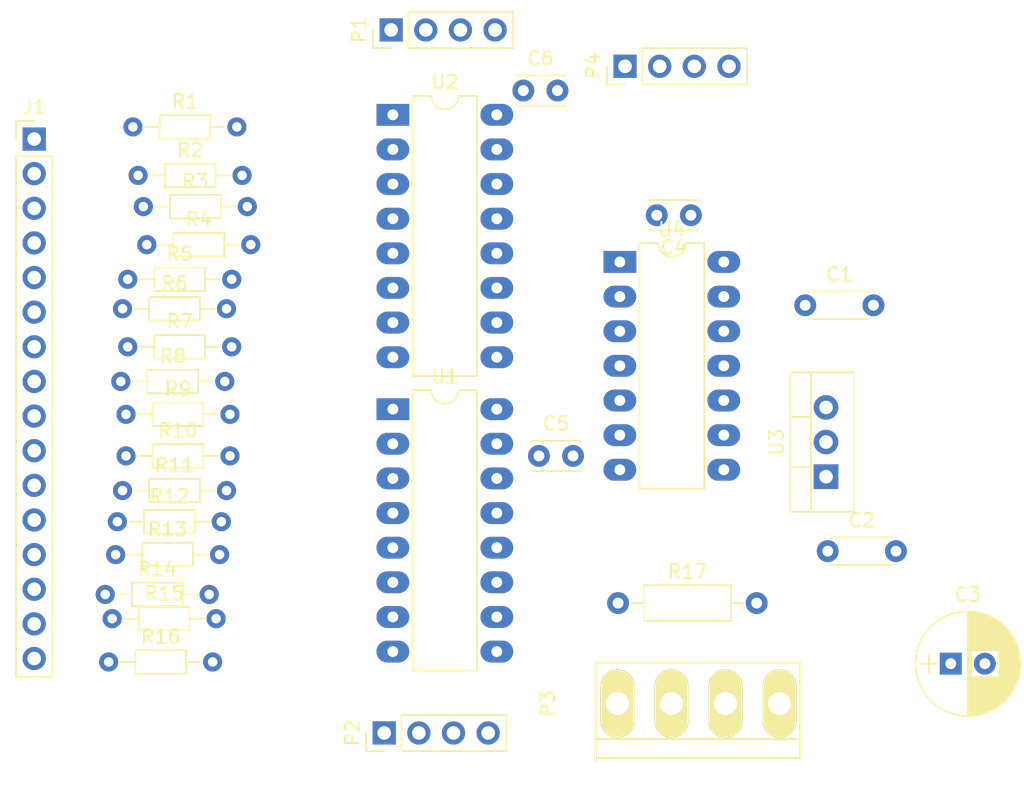
<source format=kicad_pcb>
(kicad_pcb (version 4) (host pcbnew 4.0.7-e2-6376~60~ubuntu17.10.1)

  (general
    (links 80)
    (no_connects 80)
    (area 0 0 0 0)
    (thickness 1.6)
    (drawings 0)
    (tracks 0)
    (zones 0)
    (modules 32)
    (nets 48)
  )

  (page A4)
  (layers
    (0 F.Cu signal)
    (31 B.Cu signal)
    (32 B.Adhes user)
    (33 F.Adhes user)
    (34 B.Paste user)
    (35 F.Paste user)
    (36 B.SilkS user)
    (37 F.SilkS user)
    (38 B.Mask user)
    (39 F.Mask user)
    (40 Dwgs.User user)
    (41 Cmts.User user)
    (42 Eco1.User user)
    (43 Eco2.User user)
    (44 Edge.Cuts user)
    (45 Margin user)
    (46 B.CrtYd user)
    (47 F.CrtYd user)
    (48 B.Fab user)
    (49 F.Fab user)
  )

  (setup
    (last_trace_width 0.25)
    (trace_clearance 0.2)
    (zone_clearance 0.508)
    (zone_45_only no)
    (trace_min 0.2)
    (segment_width 0.2)
    (edge_width 0.15)
    (via_size 0.6)
    (via_drill 0.4)
    (via_min_size 0.4)
    (via_min_drill 0.3)
    (uvia_size 0.3)
    (uvia_drill 0.1)
    (uvias_allowed no)
    (uvia_min_size 0.2)
    (uvia_min_drill 0.1)
    (pcb_text_width 0.3)
    (pcb_text_size 1.5 1.5)
    (mod_edge_width 0.15)
    (mod_text_size 1 1)
    (mod_text_width 0.15)
    (pad_size 1.524 1.524)
    (pad_drill 0.762)
    (pad_to_mask_clearance 0.2)
    (aux_axis_origin 0 0)
    (visible_elements FFFFFF7F)
    (pcbplotparams
      (layerselection 0x00030_80000001)
      (usegerberextensions false)
      (excludeedgelayer true)
      (linewidth 0.100000)
      (plotframeref false)
      (viasonmask false)
      (mode 1)
      (useauxorigin false)
      (hpglpennumber 1)
      (hpglpenspeed 20)
      (hpglpendiameter 15)
      (hpglpenoverlay 2)
      (psnegative false)
      (psa4output false)
      (plotreference true)
      (plotvalue true)
      (plotinvisibletext false)
      (padsonsilk false)
      (subtractmaskfromsilk false)
      (outputformat 1)
      (mirror false)
      (drillshape 1)
      (scaleselection 1)
      (outputdirectory ""))
  )

  (net 0 "")
  (net 1 GND)
  (net 2 5v)
  (net 3 "Net-(C3-Pad1)")
  (net 4 "Net-(J1-Pad1)")
  (net 5 "Net-(J1-Pad2)")
  (net 6 "Net-(J1-Pad3)")
  (net 7 "Net-(J1-Pad4)")
  (net 8 "Net-(J1-Pad5)")
  (net 9 "Net-(J1-Pad6)")
  (net 10 "Net-(J1-Pad7)")
  (net 11 "Net-(J1-Pad8)")
  (net 12 "Net-(J1-Pad9)")
  (net 13 "Net-(J1-Pad10)")
  (net 14 "Net-(J1-Pad11)")
  (net 15 "Net-(J1-Pad12)")
  (net 16 "Net-(J1-Pad13)")
  (net 17 "Net-(J1-Pad14)")
  (net 18 "Net-(J1-Pad15)")
  (net 19 "Net-(J1-Pad16)")
  (net 20 INSER)
  (net 21 CLK)
  (net 22 CLR)
  (net 23 RCLK)
  (net 24 OUTSER)
  (net 25 "Net-(P3-Pad1)")
  (net 26 "Net-(P3-Pad4)")
  (net 27 INSER-3v)
  (net 28 CLK-3v)
  (net 29 CLR-3v)
  (net 30 RCLK-3v)
  (net 31 trig0)
  (net 32 trig1)
  (net 33 trig2)
  (net 34 trig3)
  (net 35 trig4)
  (net 36 trig5)
  (net 37 trig6)
  (net 38 trig7)
  (net 39 trig8)
  (net 40 trig9)
  (net 41 trig10)
  (net 42 trig11)
  (net 43 trig12)
  (net 44 trig13)
  (net 45 trig14)
  (net 46 trig15)
  (net 47 "Net-(U1-Pad14)")

  (net_class Default "This is the default net class."
    (clearance 0.2)
    (trace_width 0.25)
    (via_dia 0.6)
    (via_drill 0.4)
    (uvia_dia 0.3)
    (uvia_drill 0.1)
    (add_net 5v)
    (add_net CLK)
    (add_net CLK-3v)
    (add_net CLR)
    (add_net CLR-3v)
    (add_net GND)
    (add_net INSER)
    (add_net INSER-3v)
    (add_net "Net-(C3-Pad1)")
    (add_net "Net-(J1-Pad1)")
    (add_net "Net-(J1-Pad10)")
    (add_net "Net-(J1-Pad11)")
    (add_net "Net-(J1-Pad12)")
    (add_net "Net-(J1-Pad13)")
    (add_net "Net-(J1-Pad14)")
    (add_net "Net-(J1-Pad15)")
    (add_net "Net-(J1-Pad16)")
    (add_net "Net-(J1-Pad2)")
    (add_net "Net-(J1-Pad3)")
    (add_net "Net-(J1-Pad4)")
    (add_net "Net-(J1-Pad5)")
    (add_net "Net-(J1-Pad6)")
    (add_net "Net-(J1-Pad7)")
    (add_net "Net-(J1-Pad8)")
    (add_net "Net-(J1-Pad9)")
    (add_net "Net-(P3-Pad1)")
    (add_net "Net-(P3-Pad4)")
    (add_net "Net-(U1-Pad14)")
    (add_net OUTSER)
    (add_net RCLK)
    (add_net RCLK-3v)
    (add_net trig0)
    (add_net trig1)
    (add_net trig10)
    (add_net trig11)
    (add_net trig12)
    (add_net trig13)
    (add_net trig14)
    (add_net trig15)
    (add_net trig2)
    (add_net trig3)
    (add_net trig4)
    (add_net trig5)
    (add_net trig6)
    (add_net trig7)
    (add_net trig8)
    (add_net trig9)
  )

  (module Capacitors_THT:C_Disc_D4.3mm_W1.9mm_P5.00mm (layer F.Cu) (tedit 597BC7C2) (tstamp 5C1DBFAC)
    (at 123.317 93.472)
    (descr "C, Disc series, Radial, pin pitch=5.00mm, , diameter*width=4.3*1.9mm^2, Capacitor, http://www.vishay.com/docs/45233/krseries.pdf")
    (tags "C Disc series Radial pin pitch 5.00mm  diameter 4.3mm width 1.9mm Capacitor")
    (path /5C1D8464)
    (fp_text reference C1 (at 2.5 -2.26) (layer F.SilkS)
      (effects (font (size 1 1) (thickness 0.15)))
    )
    (fp_text value 100n (at 2.5 2.26) (layer F.Fab)
      (effects (font (size 1 1) (thickness 0.15)))
    )
    (fp_line (start 0.35 -0.95) (end 0.35 0.95) (layer F.Fab) (width 0.1))
    (fp_line (start 0.35 0.95) (end 4.65 0.95) (layer F.Fab) (width 0.1))
    (fp_line (start 4.65 0.95) (end 4.65 -0.95) (layer F.Fab) (width 0.1))
    (fp_line (start 4.65 -0.95) (end 0.35 -0.95) (layer F.Fab) (width 0.1))
    (fp_line (start 0.29 -1.01) (end 4.71 -1.01) (layer F.SilkS) (width 0.12))
    (fp_line (start 0.29 1.01) (end 4.71 1.01) (layer F.SilkS) (width 0.12))
    (fp_line (start 0.29 -1.01) (end 0.29 -0.996) (layer F.SilkS) (width 0.12))
    (fp_line (start 0.29 0.996) (end 0.29 1.01) (layer F.SilkS) (width 0.12))
    (fp_line (start 4.71 -1.01) (end 4.71 -0.996) (layer F.SilkS) (width 0.12))
    (fp_line (start 4.71 0.996) (end 4.71 1.01) (layer F.SilkS) (width 0.12))
    (fp_line (start -1.05 -1.3) (end -1.05 1.3) (layer F.CrtYd) (width 0.05))
    (fp_line (start -1.05 1.3) (end 6.05 1.3) (layer F.CrtYd) (width 0.05))
    (fp_line (start 6.05 1.3) (end 6.05 -1.3) (layer F.CrtYd) (width 0.05))
    (fp_line (start 6.05 -1.3) (end -1.05 -1.3) (layer F.CrtYd) (width 0.05))
    (fp_text user %R (at 2.5 0) (layer F.Fab)
      (effects (font (size 1 1) (thickness 0.15)))
    )
    (pad 1 thru_hole circle (at 0 0) (size 1.6 1.6) (drill 0.8) (layers *.Cu *.Mask)
      (net 1 GND))
    (pad 2 thru_hole circle (at 5 0) (size 1.6 1.6) (drill 0.8) (layers *.Cu *.Mask)
      (net 2 5v))
    (model ${KISYS3DMOD}/Capacitors_THT.3dshapes/C_Disc_D4.3mm_W1.9mm_P5.00mm.wrl
      (at (xyz 0 0 0))
      (scale (xyz 1 1 1))
      (rotate (xyz 0 0 0))
    )
  )

  (module Capacitors_THT:C_Disc_D4.3mm_W1.9mm_P5.00mm (layer F.Cu) (tedit 597BC7C2) (tstamp 5C1DBFB2)
    (at 124.968 111.506)
    (descr "C, Disc series, Radial, pin pitch=5.00mm, , diameter*width=4.3*1.9mm^2, Capacitor, http://www.vishay.com/docs/45233/krseries.pdf")
    (tags "C Disc series Radial pin pitch 5.00mm  diameter 4.3mm width 1.9mm Capacitor")
    (path /5C1D330B)
    (fp_text reference C2 (at 2.5 -2.26) (layer F.SilkS)
      (effects (font (size 1 1) (thickness 0.15)))
    )
    (fp_text value 100n (at 2.5 2.26) (layer F.Fab)
      (effects (font (size 1 1) (thickness 0.15)))
    )
    (fp_line (start 0.35 -0.95) (end 0.35 0.95) (layer F.Fab) (width 0.1))
    (fp_line (start 0.35 0.95) (end 4.65 0.95) (layer F.Fab) (width 0.1))
    (fp_line (start 4.65 0.95) (end 4.65 -0.95) (layer F.Fab) (width 0.1))
    (fp_line (start 4.65 -0.95) (end 0.35 -0.95) (layer F.Fab) (width 0.1))
    (fp_line (start 0.29 -1.01) (end 4.71 -1.01) (layer F.SilkS) (width 0.12))
    (fp_line (start 0.29 1.01) (end 4.71 1.01) (layer F.SilkS) (width 0.12))
    (fp_line (start 0.29 -1.01) (end 0.29 -0.996) (layer F.SilkS) (width 0.12))
    (fp_line (start 0.29 0.996) (end 0.29 1.01) (layer F.SilkS) (width 0.12))
    (fp_line (start 4.71 -1.01) (end 4.71 -0.996) (layer F.SilkS) (width 0.12))
    (fp_line (start 4.71 0.996) (end 4.71 1.01) (layer F.SilkS) (width 0.12))
    (fp_line (start -1.05 -1.3) (end -1.05 1.3) (layer F.CrtYd) (width 0.05))
    (fp_line (start -1.05 1.3) (end 6.05 1.3) (layer F.CrtYd) (width 0.05))
    (fp_line (start 6.05 1.3) (end 6.05 -1.3) (layer F.CrtYd) (width 0.05))
    (fp_line (start 6.05 -1.3) (end -1.05 -1.3) (layer F.CrtYd) (width 0.05))
    (fp_text user %R (at 2.5 0) (layer F.Fab)
      (effects (font (size 1 1) (thickness 0.15)))
    )
    (pad 1 thru_hole circle (at 0 0) (size 1.6 1.6) (drill 0.8) (layers *.Cu *.Mask)
      (net 1 GND))
    (pad 2 thru_hole circle (at 5 0) (size 1.6 1.6) (drill 0.8) (layers *.Cu *.Mask)
      (net 2 5v))
    (model ${KISYS3DMOD}/Capacitors_THT.3dshapes/C_Disc_D4.3mm_W1.9mm_P5.00mm.wrl
      (at (xyz 0 0 0))
      (scale (xyz 1 1 1))
      (rotate (xyz 0 0 0))
    )
  )

  (module Capacitors_THT:CP_Radial_D7.5mm_P2.50mm (layer F.Cu) (tedit 597BC7C2) (tstamp 5C1DBFB8)
    (at 133.985 119.761)
    (descr "CP, Radial series, Radial, pin pitch=2.50mm, , diameter=7.5mm, Electrolytic Capacitor")
    (tags "CP Radial series Radial pin pitch 2.50mm  diameter 7.5mm Electrolytic Capacitor")
    (path /5C1D32E6)
    (fp_text reference C3 (at 1.25 -5.06) (layer F.SilkS)
      (effects (font (size 1 1) (thickness 0.15)))
    )
    (fp_text value 10uF (at 1.25 5.06) (layer F.Fab)
      (effects (font (size 1 1) (thickness 0.15)))
    )
    (fp_circle (center 1.25 0) (end 5 0) (layer F.Fab) (width 0.1))
    (fp_circle (center 1.25 0) (end 5.09 0) (layer F.SilkS) (width 0.12))
    (fp_line (start -2.2 0) (end -1 0) (layer F.Fab) (width 0.1))
    (fp_line (start -1.6 -0.65) (end -1.6 0.65) (layer F.Fab) (width 0.1))
    (fp_line (start 1.25 -3.8) (end 1.25 3.8) (layer F.SilkS) (width 0.12))
    (fp_line (start 1.29 -3.8) (end 1.29 3.8) (layer F.SilkS) (width 0.12))
    (fp_line (start 1.33 -3.8) (end 1.33 3.8) (layer F.SilkS) (width 0.12))
    (fp_line (start 1.37 -3.799) (end 1.37 3.799) (layer F.SilkS) (width 0.12))
    (fp_line (start 1.41 -3.797) (end 1.41 3.797) (layer F.SilkS) (width 0.12))
    (fp_line (start 1.45 -3.795) (end 1.45 3.795) (layer F.SilkS) (width 0.12))
    (fp_line (start 1.49 -3.793) (end 1.49 3.793) (layer F.SilkS) (width 0.12))
    (fp_line (start 1.53 -3.79) (end 1.53 -0.98) (layer F.SilkS) (width 0.12))
    (fp_line (start 1.53 0.98) (end 1.53 3.79) (layer F.SilkS) (width 0.12))
    (fp_line (start 1.57 -3.787) (end 1.57 -0.98) (layer F.SilkS) (width 0.12))
    (fp_line (start 1.57 0.98) (end 1.57 3.787) (layer F.SilkS) (width 0.12))
    (fp_line (start 1.61 -3.784) (end 1.61 -0.98) (layer F.SilkS) (width 0.12))
    (fp_line (start 1.61 0.98) (end 1.61 3.784) (layer F.SilkS) (width 0.12))
    (fp_line (start 1.65 -3.78) (end 1.65 -0.98) (layer F.SilkS) (width 0.12))
    (fp_line (start 1.65 0.98) (end 1.65 3.78) (layer F.SilkS) (width 0.12))
    (fp_line (start 1.69 -3.775) (end 1.69 -0.98) (layer F.SilkS) (width 0.12))
    (fp_line (start 1.69 0.98) (end 1.69 3.775) (layer F.SilkS) (width 0.12))
    (fp_line (start 1.73 -3.77) (end 1.73 -0.98) (layer F.SilkS) (width 0.12))
    (fp_line (start 1.73 0.98) (end 1.73 3.77) (layer F.SilkS) (width 0.12))
    (fp_line (start 1.77 -3.765) (end 1.77 -0.98) (layer F.SilkS) (width 0.12))
    (fp_line (start 1.77 0.98) (end 1.77 3.765) (layer F.SilkS) (width 0.12))
    (fp_line (start 1.81 -3.759) (end 1.81 -0.98) (layer F.SilkS) (width 0.12))
    (fp_line (start 1.81 0.98) (end 1.81 3.759) (layer F.SilkS) (width 0.12))
    (fp_line (start 1.85 -3.753) (end 1.85 -0.98) (layer F.SilkS) (width 0.12))
    (fp_line (start 1.85 0.98) (end 1.85 3.753) (layer F.SilkS) (width 0.12))
    (fp_line (start 1.89 -3.747) (end 1.89 -0.98) (layer F.SilkS) (width 0.12))
    (fp_line (start 1.89 0.98) (end 1.89 3.747) (layer F.SilkS) (width 0.12))
    (fp_line (start 1.93 -3.74) (end 1.93 -0.98) (layer F.SilkS) (width 0.12))
    (fp_line (start 1.93 0.98) (end 1.93 3.74) (layer F.SilkS) (width 0.12))
    (fp_line (start 1.971 -3.732) (end 1.971 -0.98) (layer F.SilkS) (width 0.12))
    (fp_line (start 1.971 0.98) (end 1.971 3.732) (layer F.SilkS) (width 0.12))
    (fp_line (start 2.011 -3.725) (end 2.011 -0.98) (layer F.SilkS) (width 0.12))
    (fp_line (start 2.011 0.98) (end 2.011 3.725) (layer F.SilkS) (width 0.12))
    (fp_line (start 2.051 -3.716) (end 2.051 -0.98) (layer F.SilkS) (width 0.12))
    (fp_line (start 2.051 0.98) (end 2.051 3.716) (layer F.SilkS) (width 0.12))
    (fp_line (start 2.091 -3.707) (end 2.091 -0.98) (layer F.SilkS) (width 0.12))
    (fp_line (start 2.091 0.98) (end 2.091 3.707) (layer F.SilkS) (width 0.12))
    (fp_line (start 2.131 -3.698) (end 2.131 -0.98) (layer F.SilkS) (width 0.12))
    (fp_line (start 2.131 0.98) (end 2.131 3.698) (layer F.SilkS) (width 0.12))
    (fp_line (start 2.171 -3.689) (end 2.171 -0.98) (layer F.SilkS) (width 0.12))
    (fp_line (start 2.171 0.98) (end 2.171 3.689) (layer F.SilkS) (width 0.12))
    (fp_line (start 2.211 -3.679) (end 2.211 -0.98) (layer F.SilkS) (width 0.12))
    (fp_line (start 2.211 0.98) (end 2.211 3.679) (layer F.SilkS) (width 0.12))
    (fp_line (start 2.251 -3.668) (end 2.251 -0.98) (layer F.SilkS) (width 0.12))
    (fp_line (start 2.251 0.98) (end 2.251 3.668) (layer F.SilkS) (width 0.12))
    (fp_line (start 2.291 -3.657) (end 2.291 -0.98) (layer F.SilkS) (width 0.12))
    (fp_line (start 2.291 0.98) (end 2.291 3.657) (layer F.SilkS) (width 0.12))
    (fp_line (start 2.331 -3.645) (end 2.331 -0.98) (layer F.SilkS) (width 0.12))
    (fp_line (start 2.331 0.98) (end 2.331 3.645) (layer F.SilkS) (width 0.12))
    (fp_line (start 2.371 -3.634) (end 2.371 -0.98) (layer F.SilkS) (width 0.12))
    (fp_line (start 2.371 0.98) (end 2.371 3.634) (layer F.SilkS) (width 0.12))
    (fp_line (start 2.411 -3.621) (end 2.411 -0.98) (layer F.SilkS) (width 0.12))
    (fp_line (start 2.411 0.98) (end 2.411 3.621) (layer F.SilkS) (width 0.12))
    (fp_line (start 2.451 -3.608) (end 2.451 -0.98) (layer F.SilkS) (width 0.12))
    (fp_line (start 2.451 0.98) (end 2.451 3.608) (layer F.SilkS) (width 0.12))
    (fp_line (start 2.491 -3.595) (end 2.491 -0.98) (layer F.SilkS) (width 0.12))
    (fp_line (start 2.491 0.98) (end 2.491 3.595) (layer F.SilkS) (width 0.12))
    (fp_line (start 2.531 -3.581) (end 2.531 -0.98) (layer F.SilkS) (width 0.12))
    (fp_line (start 2.531 0.98) (end 2.531 3.581) (layer F.SilkS) (width 0.12))
    (fp_line (start 2.571 -3.566) (end 2.571 -0.98) (layer F.SilkS) (width 0.12))
    (fp_line (start 2.571 0.98) (end 2.571 3.566) (layer F.SilkS) (width 0.12))
    (fp_line (start 2.611 -3.552) (end 2.611 -0.98) (layer F.SilkS) (width 0.12))
    (fp_line (start 2.611 0.98) (end 2.611 3.552) (layer F.SilkS) (width 0.12))
    (fp_line (start 2.651 -3.536) (end 2.651 -0.98) (layer F.SilkS) (width 0.12))
    (fp_line (start 2.651 0.98) (end 2.651 3.536) (layer F.SilkS) (width 0.12))
    (fp_line (start 2.691 -3.52) (end 2.691 -0.98) (layer F.SilkS) (width 0.12))
    (fp_line (start 2.691 0.98) (end 2.691 3.52) (layer F.SilkS) (width 0.12))
    (fp_line (start 2.731 -3.504) (end 2.731 -0.98) (layer F.SilkS) (width 0.12))
    (fp_line (start 2.731 0.98) (end 2.731 3.504) (layer F.SilkS) (width 0.12))
    (fp_line (start 2.771 -3.487) (end 2.771 -0.98) (layer F.SilkS) (width 0.12))
    (fp_line (start 2.771 0.98) (end 2.771 3.487) (layer F.SilkS) (width 0.12))
    (fp_line (start 2.811 -3.469) (end 2.811 -0.98) (layer F.SilkS) (width 0.12))
    (fp_line (start 2.811 0.98) (end 2.811 3.469) (layer F.SilkS) (width 0.12))
    (fp_line (start 2.851 -3.451) (end 2.851 -0.98) (layer F.SilkS) (width 0.12))
    (fp_line (start 2.851 0.98) (end 2.851 3.451) (layer F.SilkS) (width 0.12))
    (fp_line (start 2.891 -3.433) (end 2.891 -0.98) (layer F.SilkS) (width 0.12))
    (fp_line (start 2.891 0.98) (end 2.891 3.433) (layer F.SilkS) (width 0.12))
    (fp_line (start 2.931 -3.413) (end 2.931 -0.98) (layer F.SilkS) (width 0.12))
    (fp_line (start 2.931 0.98) (end 2.931 3.413) (layer F.SilkS) (width 0.12))
    (fp_line (start 2.971 -3.394) (end 2.971 -0.98) (layer F.SilkS) (width 0.12))
    (fp_line (start 2.971 0.98) (end 2.971 3.394) (layer F.SilkS) (width 0.12))
    (fp_line (start 3.011 -3.373) (end 3.011 -0.98) (layer F.SilkS) (width 0.12))
    (fp_line (start 3.011 0.98) (end 3.011 3.373) (layer F.SilkS) (width 0.12))
    (fp_line (start 3.051 -3.352) (end 3.051 -0.98) (layer F.SilkS) (width 0.12))
    (fp_line (start 3.051 0.98) (end 3.051 3.352) (layer F.SilkS) (width 0.12))
    (fp_line (start 3.091 -3.331) (end 3.091 -0.98) (layer F.SilkS) (width 0.12))
    (fp_line (start 3.091 0.98) (end 3.091 3.331) (layer F.SilkS) (width 0.12))
    (fp_line (start 3.131 -3.309) (end 3.131 -0.98) (layer F.SilkS) (width 0.12))
    (fp_line (start 3.131 0.98) (end 3.131 3.309) (layer F.SilkS) (width 0.12))
    (fp_line (start 3.171 -3.286) (end 3.171 -0.98) (layer F.SilkS) (width 0.12))
    (fp_line (start 3.171 0.98) (end 3.171 3.286) (layer F.SilkS) (width 0.12))
    (fp_line (start 3.211 -3.263) (end 3.211 -0.98) (layer F.SilkS) (width 0.12))
    (fp_line (start 3.211 0.98) (end 3.211 3.263) (layer F.SilkS) (width 0.12))
    (fp_line (start 3.251 -3.239) (end 3.251 -0.98) (layer F.SilkS) (width 0.12))
    (fp_line (start 3.251 0.98) (end 3.251 3.239) (layer F.SilkS) (width 0.12))
    (fp_line (start 3.291 -3.214) (end 3.291 -0.98) (layer F.SilkS) (width 0.12))
    (fp_line (start 3.291 0.98) (end 3.291 3.214) (layer F.SilkS) (width 0.12))
    (fp_line (start 3.331 -3.188) (end 3.331 -0.98) (layer F.SilkS) (width 0.12))
    (fp_line (start 3.331 0.98) (end 3.331 3.188) (layer F.SilkS) (width 0.12))
    (fp_line (start 3.371 -3.162) (end 3.371 -0.98) (layer F.SilkS) (width 0.12))
    (fp_line (start 3.371 0.98) (end 3.371 3.162) (layer F.SilkS) (width 0.12))
    (fp_line (start 3.411 -3.135) (end 3.411 -0.98) (layer F.SilkS) (width 0.12))
    (fp_line (start 3.411 0.98) (end 3.411 3.135) (layer F.SilkS) (width 0.12))
    (fp_line (start 3.451 -3.108) (end 3.451 -0.98) (layer F.SilkS) (width 0.12))
    (fp_line (start 3.451 0.98) (end 3.451 3.108) (layer F.SilkS) (width 0.12))
    (fp_line (start 3.491 -3.079) (end 3.491 3.079) (layer F.SilkS) (width 0.12))
    (fp_line (start 3.531 -3.05) (end 3.531 3.05) (layer F.SilkS) (width 0.12))
    (fp_line (start 3.571 -3.02) (end 3.571 3.02) (layer F.SilkS) (width 0.12))
    (fp_line (start 3.611 -2.99) (end 3.611 2.99) (layer F.SilkS) (width 0.12))
    (fp_line (start 3.651 -2.958) (end 3.651 2.958) (layer F.SilkS) (width 0.12))
    (fp_line (start 3.691 -2.926) (end 3.691 2.926) (layer F.SilkS) (width 0.12))
    (fp_line (start 3.731 -2.892) (end 3.731 2.892) (layer F.SilkS) (width 0.12))
    (fp_line (start 3.771 -2.858) (end 3.771 2.858) (layer F.SilkS) (width 0.12))
    (fp_line (start 3.811 -2.823) (end 3.811 2.823) (layer F.SilkS) (width 0.12))
    (fp_line (start 3.851 -2.786) (end 3.851 2.786) (layer F.SilkS) (width 0.12))
    (fp_line (start 3.891 -2.749) (end 3.891 2.749) (layer F.SilkS) (width 0.12))
    (fp_line (start 3.931 -2.711) (end 3.931 2.711) (layer F.SilkS) (width 0.12))
    (fp_line (start 3.971 -2.671) (end 3.971 2.671) (layer F.SilkS) (width 0.12))
    (fp_line (start 4.011 -2.63) (end 4.011 2.63) (layer F.SilkS) (width 0.12))
    (fp_line (start 4.051 -2.588) (end 4.051 2.588) (layer F.SilkS) (width 0.12))
    (fp_line (start 4.091 -2.545) (end 4.091 2.545) (layer F.SilkS) (width 0.12))
    (fp_line (start 4.131 -2.5) (end 4.131 2.5) (layer F.SilkS) (width 0.12))
    (fp_line (start 4.171 -2.454) (end 4.171 2.454) (layer F.SilkS) (width 0.12))
    (fp_line (start 4.211 -2.407) (end 4.211 2.407) (layer F.SilkS) (width 0.12))
    (fp_line (start 4.251 -2.357) (end 4.251 2.357) (layer F.SilkS) (width 0.12))
    (fp_line (start 4.291 -2.307) (end 4.291 2.307) (layer F.SilkS) (width 0.12))
    (fp_line (start 4.331 -2.254) (end 4.331 2.254) (layer F.SilkS) (width 0.12))
    (fp_line (start 4.371 -2.199) (end 4.371 2.199) (layer F.SilkS) (width 0.12))
    (fp_line (start 4.411 -2.142) (end 4.411 2.142) (layer F.SilkS) (width 0.12))
    (fp_line (start 4.451 -2.083) (end 4.451 2.083) (layer F.SilkS) (width 0.12))
    (fp_line (start 4.491 -2.022) (end 4.491 2.022) (layer F.SilkS) (width 0.12))
    (fp_line (start 4.531 -1.957) (end 4.531 1.957) (layer F.SilkS) (width 0.12))
    (fp_line (start 4.571 -1.89) (end 4.571 1.89) (layer F.SilkS) (width 0.12))
    (fp_line (start 4.611 -1.82) (end 4.611 1.82) (layer F.SilkS) (width 0.12))
    (fp_line (start 4.651 -1.745) (end 4.651 1.745) (layer F.SilkS) (width 0.12))
    (fp_line (start 4.691 -1.667) (end 4.691 1.667) (layer F.SilkS) (width 0.12))
    (fp_line (start 4.731 -1.584) (end 4.731 1.584) (layer F.SilkS) (width 0.12))
    (fp_line (start 4.771 -1.495) (end 4.771 1.495) (layer F.SilkS) (width 0.12))
    (fp_line (start 4.811 -1.4) (end 4.811 1.4) (layer F.SilkS) (width 0.12))
    (fp_line (start 4.851 -1.297) (end 4.851 1.297) (layer F.SilkS) (width 0.12))
    (fp_line (start 4.891 -1.184) (end 4.891 1.184) (layer F.SilkS) (width 0.12))
    (fp_line (start 4.931 -1.057) (end 4.931 1.057) (layer F.SilkS) (width 0.12))
    (fp_line (start 4.971 -0.913) (end 4.971 0.913) (layer F.SilkS) (width 0.12))
    (fp_line (start 5.011 -0.74) (end 5.011 0.74) (layer F.SilkS) (width 0.12))
    (fp_line (start 5.051 -0.513) (end 5.051 0.513) (layer F.SilkS) (width 0.12))
    (fp_line (start -2.2 0) (end -1 0) (layer F.SilkS) (width 0.12))
    (fp_line (start -1.6 -0.65) (end -1.6 0.65) (layer F.SilkS) (width 0.12))
    (fp_line (start -2.85 -4.1) (end -2.85 4.1) (layer F.CrtYd) (width 0.05))
    (fp_line (start -2.85 4.1) (end 5.35 4.1) (layer F.CrtYd) (width 0.05))
    (fp_line (start 5.35 4.1) (end 5.35 -4.1) (layer F.CrtYd) (width 0.05))
    (fp_line (start 5.35 -4.1) (end -2.85 -4.1) (layer F.CrtYd) (width 0.05))
    (fp_text user %R (at 1.25 0) (layer F.Fab)
      (effects (font (size 1 1) (thickness 0.15)))
    )
    (pad 1 thru_hole rect (at 0 0) (size 1.6 1.6) (drill 0.8) (layers *.Cu *.Mask)
      (net 3 "Net-(C3-Pad1)"))
    (pad 2 thru_hole circle (at 2.5 0) (size 1.6 1.6) (drill 0.8) (layers *.Cu *.Mask)
      (net 1 GND))
    (model ${KISYS3DMOD}/Capacitors_THT.3dshapes/CP_Radial_D7.5mm_P2.50mm.wrl
      (at (xyz 0 0 0))
      (scale (xyz 1 1 1))
      (rotate (xyz 0 0 0))
    )
  )

  (module Capacitors_THT:C_Disc_D3.4mm_W2.1mm_P2.50mm (layer F.Cu) (tedit 597BC7C2) (tstamp 5C1DBFBE)
    (at 114.935 86.868 180)
    (descr "C, Disc series, Radial, pin pitch=2.50mm, , diameter*width=3.4*2.1mm^2, Capacitor, http://www.vishay.com/docs/45233/krseries.pdf")
    (tags "C Disc series Radial pin pitch 2.50mm  diameter 3.4mm width 2.1mm Capacitor")
    (path /5C1D32E2)
    (fp_text reference C4 (at 1.25 -2.36 180) (layer F.SilkS)
      (effects (font (size 1 1) (thickness 0.15)))
    )
    (fp_text value 100n (at 1.25 2.36 180) (layer F.Fab)
      (effects (font (size 1 1) (thickness 0.15)))
    )
    (fp_line (start -0.45 -1.05) (end -0.45 1.05) (layer F.Fab) (width 0.1))
    (fp_line (start -0.45 1.05) (end 2.95 1.05) (layer F.Fab) (width 0.1))
    (fp_line (start 2.95 1.05) (end 2.95 -1.05) (layer F.Fab) (width 0.1))
    (fp_line (start 2.95 -1.05) (end -0.45 -1.05) (layer F.Fab) (width 0.1))
    (fp_line (start -0.51 -1.11) (end 3.01 -1.11) (layer F.SilkS) (width 0.12))
    (fp_line (start -0.51 1.11) (end 3.01 1.11) (layer F.SilkS) (width 0.12))
    (fp_line (start -0.51 -1.11) (end -0.51 -0.996) (layer F.SilkS) (width 0.12))
    (fp_line (start -0.51 0.996) (end -0.51 1.11) (layer F.SilkS) (width 0.12))
    (fp_line (start 3.01 -1.11) (end 3.01 -0.996) (layer F.SilkS) (width 0.12))
    (fp_line (start 3.01 0.996) (end 3.01 1.11) (layer F.SilkS) (width 0.12))
    (fp_line (start -1.05 -1.4) (end -1.05 1.4) (layer F.CrtYd) (width 0.05))
    (fp_line (start -1.05 1.4) (end 3.55 1.4) (layer F.CrtYd) (width 0.05))
    (fp_line (start 3.55 1.4) (end 3.55 -1.4) (layer F.CrtYd) (width 0.05))
    (fp_line (start 3.55 -1.4) (end -1.05 -1.4) (layer F.CrtYd) (width 0.05))
    (fp_text user %R (at 1.25 0 180) (layer F.Fab)
      (effects (font (size 1 1) (thickness 0.15)))
    )
    (pad 1 thru_hole circle (at 0 0 180) (size 1.6 1.6) (drill 0.8) (layers *.Cu *.Mask)
      (net 3 "Net-(C3-Pad1)"))
    (pad 2 thru_hole circle (at 2.5 0 180) (size 1.6 1.6) (drill 0.8) (layers *.Cu *.Mask)
      (net 1 GND))
    (model ${KISYS3DMOD}/Capacitors_THT.3dshapes/C_Disc_D3.4mm_W2.1mm_P2.50mm.wrl
      (at (xyz 0 0 0))
      (scale (xyz 1 1 1))
      (rotate (xyz 0 0 0))
    )
  )

  (module Capacitors_THT:C_Disc_D3.4mm_W2.1mm_P2.50mm (layer F.Cu) (tedit 597BC7C2) (tstamp 5C1DBFC4)
    (at 103.799 104.521)
    (descr "C, Disc series, Radial, pin pitch=2.50mm, , diameter*width=3.4*2.1mm^2, Capacitor, http://www.vishay.com/docs/45233/krseries.pdf")
    (tags "C Disc series Radial pin pitch 2.50mm  diameter 3.4mm width 2.1mm Capacitor")
    (path /5C1D32E3)
    (fp_text reference C5 (at 1.25 -2.36) (layer F.SilkS)
      (effects (font (size 1 1) (thickness 0.15)))
    )
    (fp_text value 100n (at 1.25 2.36) (layer F.Fab)
      (effects (font (size 1 1) (thickness 0.15)))
    )
    (fp_line (start -0.45 -1.05) (end -0.45 1.05) (layer F.Fab) (width 0.1))
    (fp_line (start -0.45 1.05) (end 2.95 1.05) (layer F.Fab) (width 0.1))
    (fp_line (start 2.95 1.05) (end 2.95 -1.05) (layer F.Fab) (width 0.1))
    (fp_line (start 2.95 -1.05) (end -0.45 -1.05) (layer F.Fab) (width 0.1))
    (fp_line (start -0.51 -1.11) (end 3.01 -1.11) (layer F.SilkS) (width 0.12))
    (fp_line (start -0.51 1.11) (end 3.01 1.11) (layer F.SilkS) (width 0.12))
    (fp_line (start -0.51 -1.11) (end -0.51 -0.996) (layer F.SilkS) (width 0.12))
    (fp_line (start -0.51 0.996) (end -0.51 1.11) (layer F.SilkS) (width 0.12))
    (fp_line (start 3.01 -1.11) (end 3.01 -0.996) (layer F.SilkS) (width 0.12))
    (fp_line (start 3.01 0.996) (end 3.01 1.11) (layer F.SilkS) (width 0.12))
    (fp_line (start -1.05 -1.4) (end -1.05 1.4) (layer F.CrtYd) (width 0.05))
    (fp_line (start -1.05 1.4) (end 3.55 1.4) (layer F.CrtYd) (width 0.05))
    (fp_line (start 3.55 1.4) (end 3.55 -1.4) (layer F.CrtYd) (width 0.05))
    (fp_line (start 3.55 -1.4) (end -1.05 -1.4) (layer F.CrtYd) (width 0.05))
    (fp_text user %R (at 1.25 0) (layer F.Fab)
      (effects (font (size 1 1) (thickness 0.15)))
    )
    (pad 1 thru_hole circle (at 0 0) (size 1.6 1.6) (drill 0.8) (layers *.Cu *.Mask)
      (net 2 5v))
    (pad 2 thru_hole circle (at 2.5 0) (size 1.6 1.6) (drill 0.8) (layers *.Cu *.Mask)
      (net 1 GND))
    (model ${KISYS3DMOD}/Capacitors_THT.3dshapes/C_Disc_D3.4mm_W2.1mm_P2.50mm.wrl
      (at (xyz 0 0 0))
      (scale (xyz 1 1 1))
      (rotate (xyz 0 0 0))
    )
  )

  (module Capacitors_THT:C_Disc_D3.4mm_W2.1mm_P2.50mm (layer F.Cu) (tedit 597BC7C2) (tstamp 5C1DBFCA)
    (at 102.656 77.724)
    (descr "C, Disc series, Radial, pin pitch=2.50mm, , diameter*width=3.4*2.1mm^2, Capacitor, http://www.vishay.com/docs/45233/krseries.pdf")
    (tags "C Disc series Radial pin pitch 2.50mm  diameter 3.4mm width 2.1mm Capacitor")
    (path /5C1ED338)
    (fp_text reference C6 (at 1.25 -2.36) (layer F.SilkS)
      (effects (font (size 1 1) (thickness 0.15)))
    )
    (fp_text value 100n (at 1.25 2.36) (layer F.Fab)
      (effects (font (size 1 1) (thickness 0.15)))
    )
    (fp_line (start -0.45 -1.05) (end -0.45 1.05) (layer F.Fab) (width 0.1))
    (fp_line (start -0.45 1.05) (end 2.95 1.05) (layer F.Fab) (width 0.1))
    (fp_line (start 2.95 1.05) (end 2.95 -1.05) (layer F.Fab) (width 0.1))
    (fp_line (start 2.95 -1.05) (end -0.45 -1.05) (layer F.Fab) (width 0.1))
    (fp_line (start -0.51 -1.11) (end 3.01 -1.11) (layer F.SilkS) (width 0.12))
    (fp_line (start -0.51 1.11) (end 3.01 1.11) (layer F.SilkS) (width 0.12))
    (fp_line (start -0.51 -1.11) (end -0.51 -0.996) (layer F.SilkS) (width 0.12))
    (fp_line (start -0.51 0.996) (end -0.51 1.11) (layer F.SilkS) (width 0.12))
    (fp_line (start 3.01 -1.11) (end 3.01 -0.996) (layer F.SilkS) (width 0.12))
    (fp_line (start 3.01 0.996) (end 3.01 1.11) (layer F.SilkS) (width 0.12))
    (fp_line (start -1.05 -1.4) (end -1.05 1.4) (layer F.CrtYd) (width 0.05))
    (fp_line (start -1.05 1.4) (end 3.55 1.4) (layer F.CrtYd) (width 0.05))
    (fp_line (start 3.55 1.4) (end 3.55 -1.4) (layer F.CrtYd) (width 0.05))
    (fp_line (start 3.55 -1.4) (end -1.05 -1.4) (layer F.CrtYd) (width 0.05))
    (fp_text user %R (at 1.25 0) (layer F.Fab)
      (effects (font (size 1 1) (thickness 0.15)))
    )
    (pad 1 thru_hole circle (at 0 0) (size 1.6 1.6) (drill 0.8) (layers *.Cu *.Mask)
      (net 1 GND))
    (pad 2 thru_hole circle (at 2.5 0) (size 1.6 1.6) (drill 0.8) (layers *.Cu *.Mask)
      (net 2 5v))
    (model ${KISYS3DMOD}/Capacitors_THT.3dshapes/C_Disc_D3.4mm_W2.1mm_P2.50mm.wrl
      (at (xyz 0 0 0))
      (scale (xyz 1 1 1))
      (rotate (xyz 0 0 0))
    )
  )

  (module Pin_Headers:Pin_Header_Straight_1x16_Pitch2.54mm (layer F.Cu) (tedit 59650532) (tstamp 5C1DBFDE)
    (at 66.802 81.28)
    (descr "Through hole straight pin header, 1x16, 2.54mm pitch, single row")
    (tags "Through hole pin header THT 1x16 2.54mm single row")
    (path /5C1E0BC5)
    (fp_text reference J1 (at 0 -2.33) (layer F.SilkS)
      (effects (font (size 1 1) (thickness 0.15)))
    )
    (fp_text value output (at 0 40.43) (layer F.Fab)
      (effects (font (size 1 1) (thickness 0.15)))
    )
    (fp_line (start -0.635 -1.27) (end 1.27 -1.27) (layer F.Fab) (width 0.1))
    (fp_line (start 1.27 -1.27) (end 1.27 39.37) (layer F.Fab) (width 0.1))
    (fp_line (start 1.27 39.37) (end -1.27 39.37) (layer F.Fab) (width 0.1))
    (fp_line (start -1.27 39.37) (end -1.27 -0.635) (layer F.Fab) (width 0.1))
    (fp_line (start -1.27 -0.635) (end -0.635 -1.27) (layer F.Fab) (width 0.1))
    (fp_line (start -1.33 39.43) (end 1.33 39.43) (layer F.SilkS) (width 0.12))
    (fp_line (start -1.33 1.27) (end -1.33 39.43) (layer F.SilkS) (width 0.12))
    (fp_line (start 1.33 1.27) (end 1.33 39.43) (layer F.SilkS) (width 0.12))
    (fp_line (start -1.33 1.27) (end 1.33 1.27) (layer F.SilkS) (width 0.12))
    (fp_line (start -1.33 0) (end -1.33 -1.33) (layer F.SilkS) (width 0.12))
    (fp_line (start -1.33 -1.33) (end 0 -1.33) (layer F.SilkS) (width 0.12))
    (fp_line (start -1.8 -1.8) (end -1.8 39.9) (layer F.CrtYd) (width 0.05))
    (fp_line (start -1.8 39.9) (end 1.8 39.9) (layer F.CrtYd) (width 0.05))
    (fp_line (start 1.8 39.9) (end 1.8 -1.8) (layer F.CrtYd) (width 0.05))
    (fp_line (start 1.8 -1.8) (end -1.8 -1.8) (layer F.CrtYd) (width 0.05))
    (fp_text user %R (at 0 19.05 90) (layer F.Fab)
      (effects (font (size 1 1) (thickness 0.15)))
    )
    (pad 1 thru_hole rect (at 0 0) (size 1.7 1.7) (drill 1) (layers *.Cu *.Mask)
      (net 4 "Net-(J1-Pad1)"))
    (pad 2 thru_hole oval (at 0 2.54) (size 1.7 1.7) (drill 1) (layers *.Cu *.Mask)
      (net 5 "Net-(J1-Pad2)"))
    (pad 3 thru_hole oval (at 0 5.08) (size 1.7 1.7) (drill 1) (layers *.Cu *.Mask)
      (net 6 "Net-(J1-Pad3)"))
    (pad 4 thru_hole oval (at 0 7.62) (size 1.7 1.7) (drill 1) (layers *.Cu *.Mask)
      (net 7 "Net-(J1-Pad4)"))
    (pad 5 thru_hole oval (at 0 10.16) (size 1.7 1.7) (drill 1) (layers *.Cu *.Mask)
      (net 8 "Net-(J1-Pad5)"))
    (pad 6 thru_hole oval (at 0 12.7) (size 1.7 1.7) (drill 1) (layers *.Cu *.Mask)
      (net 9 "Net-(J1-Pad6)"))
    (pad 7 thru_hole oval (at 0 15.24) (size 1.7 1.7) (drill 1) (layers *.Cu *.Mask)
      (net 10 "Net-(J1-Pad7)"))
    (pad 8 thru_hole oval (at 0 17.78) (size 1.7 1.7) (drill 1) (layers *.Cu *.Mask)
      (net 11 "Net-(J1-Pad8)"))
    (pad 9 thru_hole oval (at 0 20.32) (size 1.7 1.7) (drill 1) (layers *.Cu *.Mask)
      (net 12 "Net-(J1-Pad9)"))
    (pad 10 thru_hole oval (at 0 22.86) (size 1.7 1.7) (drill 1) (layers *.Cu *.Mask)
      (net 13 "Net-(J1-Pad10)"))
    (pad 11 thru_hole oval (at 0 25.4) (size 1.7 1.7) (drill 1) (layers *.Cu *.Mask)
      (net 14 "Net-(J1-Pad11)"))
    (pad 12 thru_hole oval (at 0 27.94) (size 1.7 1.7) (drill 1) (layers *.Cu *.Mask)
      (net 15 "Net-(J1-Pad12)"))
    (pad 13 thru_hole oval (at 0 30.48) (size 1.7 1.7) (drill 1) (layers *.Cu *.Mask)
      (net 16 "Net-(J1-Pad13)"))
    (pad 14 thru_hole oval (at 0 33.02) (size 1.7 1.7) (drill 1) (layers *.Cu *.Mask)
      (net 17 "Net-(J1-Pad14)"))
    (pad 15 thru_hole oval (at 0 35.56) (size 1.7 1.7) (drill 1) (layers *.Cu *.Mask)
      (net 18 "Net-(J1-Pad15)"))
    (pad 16 thru_hole oval (at 0 38.1) (size 1.7 1.7) (drill 1) (layers *.Cu *.Mask)
      (net 19 "Net-(J1-Pad16)"))
    (model ${KISYS3DMOD}/Pin_Headers.3dshapes/Pin_Header_Straight_1x16_Pitch2.54mm.wrl
      (at (xyz 0 0 0))
      (scale (xyz 1 1 1))
      (rotate (xyz 0 0 0))
    )
  )

  (module Pin_Headers:Pin_Header_Straight_1x04_Pitch2.54mm (layer F.Cu) (tedit 59650532) (tstamp 5C1DBFE6)
    (at 92.964 73.279 90)
    (descr "Through hole straight pin header, 1x04, 2.54mm pitch, single row")
    (tags "Through hole pin header THT 1x04 2.54mm single row")
    (path /5C1D32DC)
    (fp_text reference P1 (at 0 -2.33 90) (layer F.SilkS)
      (effects (font (size 1 1) (thickness 0.15)))
    )
    (fp_text value digiin (at 0 9.95 90) (layer F.Fab)
      (effects (font (size 1 1) (thickness 0.15)))
    )
    (fp_line (start -0.635 -1.27) (end 1.27 -1.27) (layer F.Fab) (width 0.1))
    (fp_line (start 1.27 -1.27) (end 1.27 8.89) (layer F.Fab) (width 0.1))
    (fp_line (start 1.27 8.89) (end -1.27 8.89) (layer F.Fab) (width 0.1))
    (fp_line (start -1.27 8.89) (end -1.27 -0.635) (layer F.Fab) (width 0.1))
    (fp_line (start -1.27 -0.635) (end -0.635 -1.27) (layer F.Fab) (width 0.1))
    (fp_line (start -1.33 8.95) (end 1.33 8.95) (layer F.SilkS) (width 0.12))
    (fp_line (start -1.33 1.27) (end -1.33 8.95) (layer F.SilkS) (width 0.12))
    (fp_line (start 1.33 1.27) (end 1.33 8.95) (layer F.SilkS) (width 0.12))
    (fp_line (start -1.33 1.27) (end 1.33 1.27) (layer F.SilkS) (width 0.12))
    (fp_line (start -1.33 0) (end -1.33 -1.33) (layer F.SilkS) (width 0.12))
    (fp_line (start -1.33 -1.33) (end 0 -1.33) (layer F.SilkS) (width 0.12))
    (fp_line (start -1.8 -1.8) (end -1.8 9.4) (layer F.CrtYd) (width 0.05))
    (fp_line (start -1.8 9.4) (end 1.8 9.4) (layer F.CrtYd) (width 0.05))
    (fp_line (start 1.8 9.4) (end 1.8 -1.8) (layer F.CrtYd) (width 0.05))
    (fp_line (start 1.8 -1.8) (end -1.8 -1.8) (layer F.CrtYd) (width 0.05))
    (fp_text user %R (at 0 3.81 180) (layer F.Fab)
      (effects (font (size 1 1) (thickness 0.15)))
    )
    (pad 1 thru_hole rect (at 0 0 90) (size 1.7 1.7) (drill 1) (layers *.Cu *.Mask)
      (net 20 INSER))
    (pad 2 thru_hole oval (at 0 2.54 90) (size 1.7 1.7) (drill 1) (layers *.Cu *.Mask)
      (net 21 CLK))
    (pad 3 thru_hole oval (at 0 5.08 90) (size 1.7 1.7) (drill 1) (layers *.Cu *.Mask)
      (net 22 CLR))
    (pad 4 thru_hole oval (at 0 7.62 90) (size 1.7 1.7) (drill 1) (layers *.Cu *.Mask)
      (net 23 RCLK))
    (model ${KISYS3DMOD}/Pin_Headers.3dshapes/Pin_Header_Straight_1x04_Pitch2.54mm.wrl
      (at (xyz 0 0 0))
      (scale (xyz 1 1 1))
      (rotate (xyz 0 0 0))
    )
  )

  (module Pin_Headers:Pin_Header_Straight_1x04_Pitch2.54mm (layer F.Cu) (tedit 59650532) (tstamp 5C1DBFEE)
    (at 92.456 124.841 90)
    (descr "Through hole straight pin header, 1x04, 2.54mm pitch, single row")
    (tags "Through hole pin header THT 1x04 2.54mm single row")
    (path /5C1D32DB)
    (fp_text reference P2 (at 0 -2.33 90) (layer F.SilkS)
      (effects (font (size 1 1) (thickness 0.15)))
    )
    (fp_text value digicascade (at 0 9.95 90) (layer F.Fab)
      (effects (font (size 1 1) (thickness 0.15)))
    )
    (fp_line (start -0.635 -1.27) (end 1.27 -1.27) (layer F.Fab) (width 0.1))
    (fp_line (start 1.27 -1.27) (end 1.27 8.89) (layer F.Fab) (width 0.1))
    (fp_line (start 1.27 8.89) (end -1.27 8.89) (layer F.Fab) (width 0.1))
    (fp_line (start -1.27 8.89) (end -1.27 -0.635) (layer F.Fab) (width 0.1))
    (fp_line (start -1.27 -0.635) (end -0.635 -1.27) (layer F.Fab) (width 0.1))
    (fp_line (start -1.33 8.95) (end 1.33 8.95) (layer F.SilkS) (width 0.12))
    (fp_line (start -1.33 1.27) (end -1.33 8.95) (layer F.SilkS) (width 0.12))
    (fp_line (start 1.33 1.27) (end 1.33 8.95) (layer F.SilkS) (width 0.12))
    (fp_line (start -1.33 1.27) (end 1.33 1.27) (layer F.SilkS) (width 0.12))
    (fp_line (start -1.33 0) (end -1.33 -1.33) (layer F.SilkS) (width 0.12))
    (fp_line (start -1.33 -1.33) (end 0 -1.33) (layer F.SilkS) (width 0.12))
    (fp_line (start -1.8 -1.8) (end -1.8 9.4) (layer F.CrtYd) (width 0.05))
    (fp_line (start -1.8 9.4) (end 1.8 9.4) (layer F.CrtYd) (width 0.05))
    (fp_line (start 1.8 9.4) (end 1.8 -1.8) (layer F.CrtYd) (width 0.05))
    (fp_line (start 1.8 -1.8) (end -1.8 -1.8) (layer F.CrtYd) (width 0.05))
    (fp_text user %R (at 0 3.81 180) (layer F.Fab)
      (effects (font (size 1 1) (thickness 0.15)))
    )
    (pad 1 thru_hole rect (at 0 0 90) (size 1.7 1.7) (drill 1) (layers *.Cu *.Mask)
      (net 24 OUTSER))
    (pad 2 thru_hole oval (at 0 2.54 90) (size 1.7 1.7) (drill 1) (layers *.Cu *.Mask)
      (net 21 CLK))
    (pad 3 thru_hole oval (at 0 5.08 90) (size 1.7 1.7) (drill 1) (layers *.Cu *.Mask)
      (net 22 CLR))
    (pad 4 thru_hole oval (at 0 7.62 90) (size 1.7 1.7) (drill 1) (layers *.Cu *.Mask)
      (net 23 RCLK))
    (model ${KISYS3DMOD}/Pin_Headers.3dshapes/Pin_Header_Straight_1x04_Pitch2.54mm.wrl
      (at (xyz 0 0 0))
      (scale (xyz 1 1 1))
      (rotate (xyz 0 0 0))
    )
  )

  (module mta-156:MTA-156-4 (layer F.Cu) (tedit 58101980) (tstamp 5C1DBFF6)
    (at 109.555 122.682 90)
    (descr MTA-156-4)
    (tags MTA-156-4)
    (path /5C1D32E8)
    (fp_text reference P3 (at 0 -5.1 90) (layer F.SilkS)
      (effects (font (size 1 1) (thickness 0.15)))
    )
    (fp_text value MTA-156-4 (at 0 -3.1 90) (layer F.Fab)
      (effects (font (size 1 1) (thickness 0.15)))
    )
    (fp_line (start -4 -1.6) (end -4 13.4) (layer F.SilkS) (width 0.15))
    (fp_line (start -4.2 -1.6) (end -2.6 -1.6) (layer F.SilkS) (width 0.15))
    (fp_line (start -2.6 -1.6) (end -2.6 13.2) (layer F.SilkS) (width 0.15))
    (fp_line (start -4.2 -1.6) (end 3 -1.6) (layer F.SilkS) (width 0.15))
    (fp_line (start 3 -1.6) (end 3 13.4) (layer F.SilkS) (width 0.15))
    (fp_line (start 3 13.4) (end -4 13.4) (layer F.SilkS) (width 0.15))
    (fp_line (start 3.2 -1.8) (end -4.2 -1.8) (layer F.CrtYd) (width 0.15))
    (fp_line (start -4.2 -1.8) (end -4.2 13.4) (layer F.CrtYd) (width 0.15))
    (fp_line (start -4.2 13.6) (end 3.2 13.6) (layer F.CrtYd) (width 0.15))
    (fp_line (start 3.2 13.4) (end 3.2 -1.6) (layer F.CrtYd) (width 0.15))
    (fp_line (start -1.27 8.89) (end 1.27 8.89) (layer F.SilkS) (width 0.15))
    (pad 1 thru_hole oval (at 0 0 90) (size 5 2.5) (drill 1.68) (layers *.Cu *.Mask F.SilkS)
      (net 25 "Net-(P3-Pad1)"))
    (pad 2 thru_hole oval (at 0 3.96 90) (size 5 2.5) (drill 1.68) (layers *.Cu *.Mask F.SilkS)
      (net 1 GND))
    (pad 3 thru_hole oval (at 0 7.92 90) (size 5 2.5) (drill 1.68) (layers *.Cu *.Mask F.SilkS)
      (net 1 GND))
    (pad 4 thru_hole oval (at 0 11.88 90) (size 5 2.5) (drill 1.68) (layers *.Cu *.Mask F.SilkS)
      (net 26 "Net-(P3-Pad4)"))
  )

  (module Pin_Headers:Pin_Header_Straight_1x04_Pitch2.54mm (layer F.Cu) (tedit 59650532) (tstamp 5C1DBFFE)
    (at 110.109 75.946 90)
    (descr "Through hole straight pin header, 1x04, 2.54mm pitch, single row")
    (tags "Through hole pin header THT 1x04 2.54mm single row")
    (path /5C1EC24A)
    (fp_text reference P4 (at 0 -2.33 90) (layer F.SilkS)
      (effects (font (size 1 1) (thickness 0.15)))
    )
    (fp_text value digiin-3v (at 0 9.95 90) (layer F.Fab)
      (effects (font (size 1 1) (thickness 0.15)))
    )
    (fp_line (start -0.635 -1.27) (end 1.27 -1.27) (layer F.Fab) (width 0.1))
    (fp_line (start 1.27 -1.27) (end 1.27 8.89) (layer F.Fab) (width 0.1))
    (fp_line (start 1.27 8.89) (end -1.27 8.89) (layer F.Fab) (width 0.1))
    (fp_line (start -1.27 8.89) (end -1.27 -0.635) (layer F.Fab) (width 0.1))
    (fp_line (start -1.27 -0.635) (end -0.635 -1.27) (layer F.Fab) (width 0.1))
    (fp_line (start -1.33 8.95) (end 1.33 8.95) (layer F.SilkS) (width 0.12))
    (fp_line (start -1.33 1.27) (end -1.33 8.95) (layer F.SilkS) (width 0.12))
    (fp_line (start 1.33 1.27) (end 1.33 8.95) (layer F.SilkS) (width 0.12))
    (fp_line (start -1.33 1.27) (end 1.33 1.27) (layer F.SilkS) (width 0.12))
    (fp_line (start -1.33 0) (end -1.33 -1.33) (layer F.SilkS) (width 0.12))
    (fp_line (start -1.33 -1.33) (end 0 -1.33) (layer F.SilkS) (width 0.12))
    (fp_line (start -1.8 -1.8) (end -1.8 9.4) (layer F.CrtYd) (width 0.05))
    (fp_line (start -1.8 9.4) (end 1.8 9.4) (layer F.CrtYd) (width 0.05))
    (fp_line (start 1.8 9.4) (end 1.8 -1.8) (layer F.CrtYd) (width 0.05))
    (fp_line (start 1.8 -1.8) (end -1.8 -1.8) (layer F.CrtYd) (width 0.05))
    (fp_text user %R (at 0 3.81 180) (layer F.Fab)
      (effects (font (size 1 1) (thickness 0.15)))
    )
    (pad 1 thru_hole rect (at 0 0 90) (size 1.7 1.7) (drill 1) (layers *.Cu *.Mask)
      (net 27 INSER-3v))
    (pad 2 thru_hole oval (at 0 2.54 90) (size 1.7 1.7) (drill 1) (layers *.Cu *.Mask)
      (net 28 CLK-3v))
    (pad 3 thru_hole oval (at 0 5.08 90) (size 1.7 1.7) (drill 1) (layers *.Cu *.Mask)
      (net 29 CLR-3v))
    (pad 4 thru_hole oval (at 0 7.62 90) (size 1.7 1.7) (drill 1) (layers *.Cu *.Mask)
      (net 30 RCLK-3v))
    (model ${KISYS3DMOD}/Pin_Headers.3dshapes/Pin_Header_Straight_1x04_Pitch2.54mm.wrl
      (at (xyz 0 0 0))
      (scale (xyz 1 1 1))
      (rotate (xyz 0 0 0))
    )
  )

  (module Resistors_THT:R_Axial_DIN0204_L3.6mm_D1.6mm_P7.62mm_Horizontal (layer F.Cu) (tedit 5874F706) (tstamp 5C1DC004)
    (at 74.041 80.391)
    (descr "Resistor, Axial_DIN0204 series, Axial, Horizontal, pin pitch=7.62mm, 0.16666666666666666W = 1/6W, length*diameter=3.6*1.6mm^2, http://cdn-reichelt.de/documents/datenblatt/B400/1_4W%23YAG.pdf")
    (tags "Resistor Axial_DIN0204 series Axial Horizontal pin pitch 7.62mm 0.16666666666666666W = 1/6W length 3.6mm diameter 1.6mm")
    (path /5C1D32E9)
    (fp_text reference R1 (at 3.81 -1.86) (layer F.SilkS)
      (effects (font (size 1 1) (thickness 0.15)))
    )
    (fp_text value 1k (at 3.81 1.86) (layer F.Fab)
      (effects (font (size 1 1) (thickness 0.15)))
    )
    (fp_line (start 2.01 -0.8) (end 2.01 0.8) (layer F.Fab) (width 0.1))
    (fp_line (start 2.01 0.8) (end 5.61 0.8) (layer F.Fab) (width 0.1))
    (fp_line (start 5.61 0.8) (end 5.61 -0.8) (layer F.Fab) (width 0.1))
    (fp_line (start 5.61 -0.8) (end 2.01 -0.8) (layer F.Fab) (width 0.1))
    (fp_line (start 0 0) (end 2.01 0) (layer F.Fab) (width 0.1))
    (fp_line (start 7.62 0) (end 5.61 0) (layer F.Fab) (width 0.1))
    (fp_line (start 1.95 -0.86) (end 1.95 0.86) (layer F.SilkS) (width 0.12))
    (fp_line (start 1.95 0.86) (end 5.67 0.86) (layer F.SilkS) (width 0.12))
    (fp_line (start 5.67 0.86) (end 5.67 -0.86) (layer F.SilkS) (width 0.12))
    (fp_line (start 5.67 -0.86) (end 1.95 -0.86) (layer F.SilkS) (width 0.12))
    (fp_line (start 0.88 0) (end 1.95 0) (layer F.SilkS) (width 0.12))
    (fp_line (start 6.74 0) (end 5.67 0) (layer F.SilkS) (width 0.12))
    (fp_line (start -0.95 -1.15) (end -0.95 1.15) (layer F.CrtYd) (width 0.05))
    (fp_line (start -0.95 1.15) (end 8.6 1.15) (layer F.CrtYd) (width 0.05))
    (fp_line (start 8.6 1.15) (end 8.6 -1.15) (layer F.CrtYd) (width 0.05))
    (fp_line (start 8.6 -1.15) (end -0.95 -1.15) (layer F.CrtYd) (width 0.05))
    (pad 1 thru_hole circle (at 0 0) (size 1.4 1.4) (drill 0.7) (layers *.Cu *.Mask)
      (net 4 "Net-(J1-Pad1)"))
    (pad 2 thru_hole oval (at 7.62 0) (size 1.4 1.4) (drill 0.7) (layers *.Cu *.Mask)
      (net 31 trig0))
    (model ${KISYS3DMOD}/Resistors_THT.3dshapes/R_Axial_DIN0204_L3.6mm_D1.6mm_P7.62mm_Horizontal.wrl
      (at (xyz 0 0 0))
      (scale (xyz 0.393701 0.393701 0.393701))
      (rotate (xyz 0 0 0))
    )
  )

  (module Resistors_THT:R_Axial_DIN0204_L3.6mm_D1.6mm_P7.62mm_Horizontal (layer F.Cu) (tedit 5874F706) (tstamp 5C1DC00A)
    (at 74.422 83.947)
    (descr "Resistor, Axial_DIN0204 series, Axial, Horizontal, pin pitch=7.62mm, 0.16666666666666666W = 1/6W, length*diameter=3.6*1.6mm^2, http://cdn-reichelt.de/documents/datenblatt/B400/1_4W%23YAG.pdf")
    (tags "Resistor Axial_DIN0204 series Axial Horizontal pin pitch 7.62mm 0.16666666666666666W = 1/6W length 3.6mm diameter 1.6mm")
    (path /5C1D32EB)
    (fp_text reference R2 (at 3.81 -1.86) (layer F.SilkS)
      (effects (font (size 1 1) (thickness 0.15)))
    )
    (fp_text value 1k (at 3.81 1.86) (layer F.Fab)
      (effects (font (size 1 1) (thickness 0.15)))
    )
    (fp_line (start 2.01 -0.8) (end 2.01 0.8) (layer F.Fab) (width 0.1))
    (fp_line (start 2.01 0.8) (end 5.61 0.8) (layer F.Fab) (width 0.1))
    (fp_line (start 5.61 0.8) (end 5.61 -0.8) (layer F.Fab) (width 0.1))
    (fp_line (start 5.61 -0.8) (end 2.01 -0.8) (layer F.Fab) (width 0.1))
    (fp_line (start 0 0) (end 2.01 0) (layer F.Fab) (width 0.1))
    (fp_line (start 7.62 0) (end 5.61 0) (layer F.Fab) (width 0.1))
    (fp_line (start 1.95 -0.86) (end 1.95 0.86) (layer F.SilkS) (width 0.12))
    (fp_line (start 1.95 0.86) (end 5.67 0.86) (layer F.SilkS) (width 0.12))
    (fp_line (start 5.67 0.86) (end 5.67 -0.86) (layer F.SilkS) (width 0.12))
    (fp_line (start 5.67 -0.86) (end 1.95 -0.86) (layer F.SilkS) (width 0.12))
    (fp_line (start 0.88 0) (end 1.95 0) (layer F.SilkS) (width 0.12))
    (fp_line (start 6.74 0) (end 5.67 0) (layer F.SilkS) (width 0.12))
    (fp_line (start -0.95 -1.15) (end -0.95 1.15) (layer F.CrtYd) (width 0.05))
    (fp_line (start -0.95 1.15) (end 8.6 1.15) (layer F.CrtYd) (width 0.05))
    (fp_line (start 8.6 1.15) (end 8.6 -1.15) (layer F.CrtYd) (width 0.05))
    (fp_line (start 8.6 -1.15) (end -0.95 -1.15) (layer F.CrtYd) (width 0.05))
    (pad 1 thru_hole circle (at 0 0) (size 1.4 1.4) (drill 0.7) (layers *.Cu *.Mask)
      (net 5 "Net-(J1-Pad2)"))
    (pad 2 thru_hole oval (at 7.62 0) (size 1.4 1.4) (drill 0.7) (layers *.Cu *.Mask)
      (net 32 trig1))
    (model ${KISYS3DMOD}/Resistors_THT.3dshapes/R_Axial_DIN0204_L3.6mm_D1.6mm_P7.62mm_Horizontal.wrl
      (at (xyz 0 0 0))
      (scale (xyz 0.393701 0.393701 0.393701))
      (rotate (xyz 0 0 0))
    )
  )

  (module Resistors_THT:R_Axial_DIN0204_L3.6mm_D1.6mm_P7.62mm_Horizontal (layer F.Cu) (tedit 5874F706) (tstamp 5C1DC010)
    (at 74.803 86.233)
    (descr "Resistor, Axial_DIN0204 series, Axial, Horizontal, pin pitch=7.62mm, 0.16666666666666666W = 1/6W, length*diameter=3.6*1.6mm^2, http://cdn-reichelt.de/documents/datenblatt/B400/1_4W%23YAG.pdf")
    (tags "Resistor Axial_DIN0204 series Axial Horizontal pin pitch 7.62mm 0.16666666666666666W = 1/6W length 3.6mm diameter 1.6mm")
    (path /5C1D32EC)
    (fp_text reference R3 (at 3.81 -1.86) (layer F.SilkS)
      (effects (font (size 1 1) (thickness 0.15)))
    )
    (fp_text value 1k (at 3.81 1.86) (layer F.Fab)
      (effects (font (size 1 1) (thickness 0.15)))
    )
    (fp_line (start 2.01 -0.8) (end 2.01 0.8) (layer F.Fab) (width 0.1))
    (fp_line (start 2.01 0.8) (end 5.61 0.8) (layer F.Fab) (width 0.1))
    (fp_line (start 5.61 0.8) (end 5.61 -0.8) (layer F.Fab) (width 0.1))
    (fp_line (start 5.61 -0.8) (end 2.01 -0.8) (layer F.Fab) (width 0.1))
    (fp_line (start 0 0) (end 2.01 0) (layer F.Fab) (width 0.1))
    (fp_line (start 7.62 0) (end 5.61 0) (layer F.Fab) (width 0.1))
    (fp_line (start 1.95 -0.86) (end 1.95 0.86) (layer F.SilkS) (width 0.12))
    (fp_line (start 1.95 0.86) (end 5.67 0.86) (layer F.SilkS) (width 0.12))
    (fp_line (start 5.67 0.86) (end 5.67 -0.86) (layer F.SilkS) (width 0.12))
    (fp_line (start 5.67 -0.86) (end 1.95 -0.86) (layer F.SilkS) (width 0.12))
    (fp_line (start 0.88 0) (end 1.95 0) (layer F.SilkS) (width 0.12))
    (fp_line (start 6.74 0) (end 5.67 0) (layer F.SilkS) (width 0.12))
    (fp_line (start -0.95 -1.15) (end -0.95 1.15) (layer F.CrtYd) (width 0.05))
    (fp_line (start -0.95 1.15) (end 8.6 1.15) (layer F.CrtYd) (width 0.05))
    (fp_line (start 8.6 1.15) (end 8.6 -1.15) (layer F.CrtYd) (width 0.05))
    (fp_line (start 8.6 -1.15) (end -0.95 -1.15) (layer F.CrtYd) (width 0.05))
    (pad 1 thru_hole circle (at 0 0) (size 1.4 1.4) (drill 0.7) (layers *.Cu *.Mask)
      (net 6 "Net-(J1-Pad3)"))
    (pad 2 thru_hole oval (at 7.62 0) (size 1.4 1.4) (drill 0.7) (layers *.Cu *.Mask)
      (net 33 trig2))
    (model ${KISYS3DMOD}/Resistors_THT.3dshapes/R_Axial_DIN0204_L3.6mm_D1.6mm_P7.62mm_Horizontal.wrl
      (at (xyz 0 0 0))
      (scale (xyz 0.393701 0.393701 0.393701))
      (rotate (xyz 0 0 0))
    )
  )

  (module Resistors_THT:R_Axial_DIN0204_L3.6mm_D1.6mm_P7.62mm_Horizontal (layer F.Cu) (tedit 5874F706) (tstamp 5C1DC016)
    (at 75.057 89.027)
    (descr "Resistor, Axial_DIN0204 series, Axial, Horizontal, pin pitch=7.62mm, 0.16666666666666666W = 1/6W, length*diameter=3.6*1.6mm^2, http://cdn-reichelt.de/documents/datenblatt/B400/1_4W%23YAG.pdf")
    (tags "Resistor Axial_DIN0204 series Axial Horizontal pin pitch 7.62mm 0.16666666666666666W = 1/6W length 3.6mm diameter 1.6mm")
    (path /5C1D32EA)
    (fp_text reference R4 (at 3.81 -1.86) (layer F.SilkS)
      (effects (font (size 1 1) (thickness 0.15)))
    )
    (fp_text value 1k (at 3.81 1.86) (layer F.Fab)
      (effects (font (size 1 1) (thickness 0.15)))
    )
    (fp_line (start 2.01 -0.8) (end 2.01 0.8) (layer F.Fab) (width 0.1))
    (fp_line (start 2.01 0.8) (end 5.61 0.8) (layer F.Fab) (width 0.1))
    (fp_line (start 5.61 0.8) (end 5.61 -0.8) (layer F.Fab) (width 0.1))
    (fp_line (start 5.61 -0.8) (end 2.01 -0.8) (layer F.Fab) (width 0.1))
    (fp_line (start 0 0) (end 2.01 0) (layer F.Fab) (width 0.1))
    (fp_line (start 7.62 0) (end 5.61 0) (layer F.Fab) (width 0.1))
    (fp_line (start 1.95 -0.86) (end 1.95 0.86) (layer F.SilkS) (width 0.12))
    (fp_line (start 1.95 0.86) (end 5.67 0.86) (layer F.SilkS) (width 0.12))
    (fp_line (start 5.67 0.86) (end 5.67 -0.86) (layer F.SilkS) (width 0.12))
    (fp_line (start 5.67 -0.86) (end 1.95 -0.86) (layer F.SilkS) (width 0.12))
    (fp_line (start 0.88 0) (end 1.95 0) (layer F.SilkS) (width 0.12))
    (fp_line (start 6.74 0) (end 5.67 0) (layer F.SilkS) (width 0.12))
    (fp_line (start -0.95 -1.15) (end -0.95 1.15) (layer F.CrtYd) (width 0.05))
    (fp_line (start -0.95 1.15) (end 8.6 1.15) (layer F.CrtYd) (width 0.05))
    (fp_line (start 8.6 1.15) (end 8.6 -1.15) (layer F.CrtYd) (width 0.05))
    (fp_line (start 8.6 -1.15) (end -0.95 -1.15) (layer F.CrtYd) (width 0.05))
    (pad 1 thru_hole circle (at 0 0) (size 1.4 1.4) (drill 0.7) (layers *.Cu *.Mask)
      (net 7 "Net-(J1-Pad4)"))
    (pad 2 thru_hole oval (at 7.62 0) (size 1.4 1.4) (drill 0.7) (layers *.Cu *.Mask)
      (net 34 trig3))
    (model ${KISYS3DMOD}/Resistors_THT.3dshapes/R_Axial_DIN0204_L3.6mm_D1.6mm_P7.62mm_Horizontal.wrl
      (at (xyz 0 0 0))
      (scale (xyz 0.393701 0.393701 0.393701))
      (rotate (xyz 0 0 0))
    )
  )

  (module Resistors_THT:R_Axial_DIN0204_L3.6mm_D1.6mm_P7.62mm_Horizontal (layer F.Cu) (tedit 5874F706) (tstamp 5C1DC01C)
    (at 73.66 91.567)
    (descr "Resistor, Axial_DIN0204 series, Axial, Horizontal, pin pitch=7.62mm, 0.16666666666666666W = 1/6W, length*diameter=3.6*1.6mm^2, http://cdn-reichelt.de/documents/datenblatt/B400/1_4W%23YAG.pdf")
    (tags "Resistor Axial_DIN0204 series Axial Horizontal pin pitch 7.62mm 0.16666666666666666W = 1/6W length 3.6mm diameter 1.6mm")
    (path /5C1DF5B5)
    (fp_text reference R5 (at 3.81 -1.86) (layer F.SilkS)
      (effects (font (size 1 1) (thickness 0.15)))
    )
    (fp_text value 1k (at 3.81 1.86) (layer F.Fab)
      (effects (font (size 1 1) (thickness 0.15)))
    )
    (fp_line (start 2.01 -0.8) (end 2.01 0.8) (layer F.Fab) (width 0.1))
    (fp_line (start 2.01 0.8) (end 5.61 0.8) (layer F.Fab) (width 0.1))
    (fp_line (start 5.61 0.8) (end 5.61 -0.8) (layer F.Fab) (width 0.1))
    (fp_line (start 5.61 -0.8) (end 2.01 -0.8) (layer F.Fab) (width 0.1))
    (fp_line (start 0 0) (end 2.01 0) (layer F.Fab) (width 0.1))
    (fp_line (start 7.62 0) (end 5.61 0) (layer F.Fab) (width 0.1))
    (fp_line (start 1.95 -0.86) (end 1.95 0.86) (layer F.SilkS) (width 0.12))
    (fp_line (start 1.95 0.86) (end 5.67 0.86) (layer F.SilkS) (width 0.12))
    (fp_line (start 5.67 0.86) (end 5.67 -0.86) (layer F.SilkS) (width 0.12))
    (fp_line (start 5.67 -0.86) (end 1.95 -0.86) (layer F.SilkS) (width 0.12))
    (fp_line (start 0.88 0) (end 1.95 0) (layer F.SilkS) (width 0.12))
    (fp_line (start 6.74 0) (end 5.67 0) (layer F.SilkS) (width 0.12))
    (fp_line (start -0.95 -1.15) (end -0.95 1.15) (layer F.CrtYd) (width 0.05))
    (fp_line (start -0.95 1.15) (end 8.6 1.15) (layer F.CrtYd) (width 0.05))
    (fp_line (start 8.6 1.15) (end 8.6 -1.15) (layer F.CrtYd) (width 0.05))
    (fp_line (start 8.6 -1.15) (end -0.95 -1.15) (layer F.CrtYd) (width 0.05))
    (pad 1 thru_hole circle (at 0 0) (size 1.4 1.4) (drill 0.7) (layers *.Cu *.Mask)
      (net 8 "Net-(J1-Pad5)"))
    (pad 2 thru_hole oval (at 7.62 0) (size 1.4 1.4) (drill 0.7) (layers *.Cu *.Mask)
      (net 35 trig4))
    (model ${KISYS3DMOD}/Resistors_THT.3dshapes/R_Axial_DIN0204_L3.6mm_D1.6mm_P7.62mm_Horizontal.wrl
      (at (xyz 0 0 0))
      (scale (xyz 0.393701 0.393701 0.393701))
      (rotate (xyz 0 0 0))
    )
  )

  (module Resistors_THT:R_Axial_DIN0204_L3.6mm_D1.6mm_P7.62mm_Horizontal (layer F.Cu) (tedit 5874F706) (tstamp 5C1DC022)
    (at 73.279 93.726)
    (descr "Resistor, Axial_DIN0204 series, Axial, Horizontal, pin pitch=7.62mm, 0.16666666666666666W = 1/6W, length*diameter=3.6*1.6mm^2, http://cdn-reichelt.de/documents/datenblatt/B400/1_4W%23YAG.pdf")
    (tags "Resistor Axial_DIN0204 series Axial Horizontal pin pitch 7.62mm 0.16666666666666666W = 1/6W length 3.6mm diameter 1.6mm")
    (path /5C1DF5C1)
    (fp_text reference R6 (at 3.81 -1.86) (layer F.SilkS)
      (effects (font (size 1 1) (thickness 0.15)))
    )
    (fp_text value 1k (at 3.81 1.86) (layer F.Fab)
      (effects (font (size 1 1) (thickness 0.15)))
    )
    (fp_line (start 2.01 -0.8) (end 2.01 0.8) (layer F.Fab) (width 0.1))
    (fp_line (start 2.01 0.8) (end 5.61 0.8) (layer F.Fab) (width 0.1))
    (fp_line (start 5.61 0.8) (end 5.61 -0.8) (layer F.Fab) (width 0.1))
    (fp_line (start 5.61 -0.8) (end 2.01 -0.8) (layer F.Fab) (width 0.1))
    (fp_line (start 0 0) (end 2.01 0) (layer F.Fab) (width 0.1))
    (fp_line (start 7.62 0) (end 5.61 0) (layer F.Fab) (width 0.1))
    (fp_line (start 1.95 -0.86) (end 1.95 0.86) (layer F.SilkS) (width 0.12))
    (fp_line (start 1.95 0.86) (end 5.67 0.86) (layer F.SilkS) (width 0.12))
    (fp_line (start 5.67 0.86) (end 5.67 -0.86) (layer F.SilkS) (width 0.12))
    (fp_line (start 5.67 -0.86) (end 1.95 -0.86) (layer F.SilkS) (width 0.12))
    (fp_line (start 0.88 0) (end 1.95 0) (layer F.SilkS) (width 0.12))
    (fp_line (start 6.74 0) (end 5.67 0) (layer F.SilkS) (width 0.12))
    (fp_line (start -0.95 -1.15) (end -0.95 1.15) (layer F.CrtYd) (width 0.05))
    (fp_line (start -0.95 1.15) (end 8.6 1.15) (layer F.CrtYd) (width 0.05))
    (fp_line (start 8.6 1.15) (end 8.6 -1.15) (layer F.CrtYd) (width 0.05))
    (fp_line (start 8.6 -1.15) (end -0.95 -1.15) (layer F.CrtYd) (width 0.05))
    (pad 1 thru_hole circle (at 0 0) (size 1.4 1.4) (drill 0.7) (layers *.Cu *.Mask)
      (net 9 "Net-(J1-Pad6)"))
    (pad 2 thru_hole oval (at 7.62 0) (size 1.4 1.4) (drill 0.7) (layers *.Cu *.Mask)
      (net 36 trig5))
    (model ${KISYS3DMOD}/Resistors_THT.3dshapes/R_Axial_DIN0204_L3.6mm_D1.6mm_P7.62mm_Horizontal.wrl
      (at (xyz 0 0 0))
      (scale (xyz 0.393701 0.393701 0.393701))
      (rotate (xyz 0 0 0))
    )
  )

  (module Resistors_THT:R_Axial_DIN0204_L3.6mm_D1.6mm_P7.62mm_Horizontal (layer F.Cu) (tedit 5874F706) (tstamp 5C1DC028)
    (at 73.66 96.52)
    (descr "Resistor, Axial_DIN0204 series, Axial, Horizontal, pin pitch=7.62mm, 0.16666666666666666W = 1/6W, length*diameter=3.6*1.6mm^2, http://cdn-reichelt.de/documents/datenblatt/B400/1_4W%23YAG.pdf")
    (tags "Resistor Axial_DIN0204 series Axial Horizontal pin pitch 7.62mm 0.16666666666666666W = 1/6W length 3.6mm diameter 1.6mm")
    (path /5C1DF5C7)
    (fp_text reference R7 (at 3.81 -1.86) (layer F.SilkS)
      (effects (font (size 1 1) (thickness 0.15)))
    )
    (fp_text value 1k (at 3.81 1.86) (layer F.Fab)
      (effects (font (size 1 1) (thickness 0.15)))
    )
    (fp_line (start 2.01 -0.8) (end 2.01 0.8) (layer F.Fab) (width 0.1))
    (fp_line (start 2.01 0.8) (end 5.61 0.8) (layer F.Fab) (width 0.1))
    (fp_line (start 5.61 0.8) (end 5.61 -0.8) (layer F.Fab) (width 0.1))
    (fp_line (start 5.61 -0.8) (end 2.01 -0.8) (layer F.Fab) (width 0.1))
    (fp_line (start 0 0) (end 2.01 0) (layer F.Fab) (width 0.1))
    (fp_line (start 7.62 0) (end 5.61 0) (layer F.Fab) (width 0.1))
    (fp_line (start 1.95 -0.86) (end 1.95 0.86) (layer F.SilkS) (width 0.12))
    (fp_line (start 1.95 0.86) (end 5.67 0.86) (layer F.SilkS) (width 0.12))
    (fp_line (start 5.67 0.86) (end 5.67 -0.86) (layer F.SilkS) (width 0.12))
    (fp_line (start 5.67 -0.86) (end 1.95 -0.86) (layer F.SilkS) (width 0.12))
    (fp_line (start 0.88 0) (end 1.95 0) (layer F.SilkS) (width 0.12))
    (fp_line (start 6.74 0) (end 5.67 0) (layer F.SilkS) (width 0.12))
    (fp_line (start -0.95 -1.15) (end -0.95 1.15) (layer F.CrtYd) (width 0.05))
    (fp_line (start -0.95 1.15) (end 8.6 1.15) (layer F.CrtYd) (width 0.05))
    (fp_line (start 8.6 1.15) (end 8.6 -1.15) (layer F.CrtYd) (width 0.05))
    (fp_line (start 8.6 -1.15) (end -0.95 -1.15) (layer F.CrtYd) (width 0.05))
    (pad 1 thru_hole circle (at 0 0) (size 1.4 1.4) (drill 0.7) (layers *.Cu *.Mask)
      (net 10 "Net-(J1-Pad7)"))
    (pad 2 thru_hole oval (at 7.62 0) (size 1.4 1.4) (drill 0.7) (layers *.Cu *.Mask)
      (net 37 trig6))
    (model ${KISYS3DMOD}/Resistors_THT.3dshapes/R_Axial_DIN0204_L3.6mm_D1.6mm_P7.62mm_Horizontal.wrl
      (at (xyz 0 0 0))
      (scale (xyz 0.393701 0.393701 0.393701))
      (rotate (xyz 0 0 0))
    )
  )

  (module Resistors_THT:R_Axial_DIN0204_L3.6mm_D1.6mm_P7.62mm_Horizontal (layer F.Cu) (tedit 5874F706) (tstamp 5C1DC02E)
    (at 73.152 99.06)
    (descr "Resistor, Axial_DIN0204 series, Axial, Horizontal, pin pitch=7.62mm, 0.16666666666666666W = 1/6W, length*diameter=3.6*1.6mm^2, http://cdn-reichelt.de/documents/datenblatt/B400/1_4W%23YAG.pdf")
    (tags "Resistor Axial_DIN0204 series Axial Horizontal pin pitch 7.62mm 0.16666666666666666W = 1/6W length 3.6mm diameter 1.6mm")
    (path /5C1DF5BB)
    (fp_text reference R8 (at 3.81 -1.86) (layer F.SilkS)
      (effects (font (size 1 1) (thickness 0.15)))
    )
    (fp_text value 1k (at 3.81 1.86) (layer F.Fab)
      (effects (font (size 1 1) (thickness 0.15)))
    )
    (fp_line (start 2.01 -0.8) (end 2.01 0.8) (layer F.Fab) (width 0.1))
    (fp_line (start 2.01 0.8) (end 5.61 0.8) (layer F.Fab) (width 0.1))
    (fp_line (start 5.61 0.8) (end 5.61 -0.8) (layer F.Fab) (width 0.1))
    (fp_line (start 5.61 -0.8) (end 2.01 -0.8) (layer F.Fab) (width 0.1))
    (fp_line (start 0 0) (end 2.01 0) (layer F.Fab) (width 0.1))
    (fp_line (start 7.62 0) (end 5.61 0) (layer F.Fab) (width 0.1))
    (fp_line (start 1.95 -0.86) (end 1.95 0.86) (layer F.SilkS) (width 0.12))
    (fp_line (start 1.95 0.86) (end 5.67 0.86) (layer F.SilkS) (width 0.12))
    (fp_line (start 5.67 0.86) (end 5.67 -0.86) (layer F.SilkS) (width 0.12))
    (fp_line (start 5.67 -0.86) (end 1.95 -0.86) (layer F.SilkS) (width 0.12))
    (fp_line (start 0.88 0) (end 1.95 0) (layer F.SilkS) (width 0.12))
    (fp_line (start 6.74 0) (end 5.67 0) (layer F.SilkS) (width 0.12))
    (fp_line (start -0.95 -1.15) (end -0.95 1.15) (layer F.CrtYd) (width 0.05))
    (fp_line (start -0.95 1.15) (end 8.6 1.15) (layer F.CrtYd) (width 0.05))
    (fp_line (start 8.6 1.15) (end 8.6 -1.15) (layer F.CrtYd) (width 0.05))
    (fp_line (start 8.6 -1.15) (end -0.95 -1.15) (layer F.CrtYd) (width 0.05))
    (pad 1 thru_hole circle (at 0 0) (size 1.4 1.4) (drill 0.7) (layers *.Cu *.Mask)
      (net 11 "Net-(J1-Pad8)"))
    (pad 2 thru_hole oval (at 7.62 0) (size 1.4 1.4) (drill 0.7) (layers *.Cu *.Mask)
      (net 38 trig7))
    (model ${KISYS3DMOD}/Resistors_THT.3dshapes/R_Axial_DIN0204_L3.6mm_D1.6mm_P7.62mm_Horizontal.wrl
      (at (xyz 0 0 0))
      (scale (xyz 0.393701 0.393701 0.393701))
      (rotate (xyz 0 0 0))
    )
  )

  (module Resistors_THT:R_Axial_DIN0204_L3.6mm_D1.6mm_P7.62mm_Horizontal (layer F.Cu) (tedit 5874F706) (tstamp 5C1DC034)
    (at 73.533 101.473)
    (descr "Resistor, Axial_DIN0204 series, Axial, Horizontal, pin pitch=7.62mm, 0.16666666666666666W = 1/6W, length*diameter=3.6*1.6mm^2, http://cdn-reichelt.de/documents/datenblatt/B400/1_4W%23YAG.pdf")
    (tags "Resistor Axial_DIN0204 series Axial Horizontal pin pitch 7.62mm 0.16666666666666666W = 1/6W length 3.6mm diameter 1.6mm")
    (path /5C1DF955)
    (fp_text reference R9 (at 3.81 -1.86) (layer F.SilkS)
      (effects (font (size 1 1) (thickness 0.15)))
    )
    (fp_text value 1k (at 3.81 1.86) (layer F.Fab)
      (effects (font (size 1 1) (thickness 0.15)))
    )
    (fp_line (start 2.01 -0.8) (end 2.01 0.8) (layer F.Fab) (width 0.1))
    (fp_line (start 2.01 0.8) (end 5.61 0.8) (layer F.Fab) (width 0.1))
    (fp_line (start 5.61 0.8) (end 5.61 -0.8) (layer F.Fab) (width 0.1))
    (fp_line (start 5.61 -0.8) (end 2.01 -0.8) (layer F.Fab) (width 0.1))
    (fp_line (start 0 0) (end 2.01 0) (layer F.Fab) (width 0.1))
    (fp_line (start 7.62 0) (end 5.61 0) (layer F.Fab) (width 0.1))
    (fp_line (start 1.95 -0.86) (end 1.95 0.86) (layer F.SilkS) (width 0.12))
    (fp_line (start 1.95 0.86) (end 5.67 0.86) (layer F.SilkS) (width 0.12))
    (fp_line (start 5.67 0.86) (end 5.67 -0.86) (layer F.SilkS) (width 0.12))
    (fp_line (start 5.67 -0.86) (end 1.95 -0.86) (layer F.SilkS) (width 0.12))
    (fp_line (start 0.88 0) (end 1.95 0) (layer F.SilkS) (width 0.12))
    (fp_line (start 6.74 0) (end 5.67 0) (layer F.SilkS) (width 0.12))
    (fp_line (start -0.95 -1.15) (end -0.95 1.15) (layer F.CrtYd) (width 0.05))
    (fp_line (start -0.95 1.15) (end 8.6 1.15) (layer F.CrtYd) (width 0.05))
    (fp_line (start 8.6 1.15) (end 8.6 -1.15) (layer F.CrtYd) (width 0.05))
    (fp_line (start 8.6 -1.15) (end -0.95 -1.15) (layer F.CrtYd) (width 0.05))
    (pad 1 thru_hole circle (at 0 0) (size 1.4 1.4) (drill 0.7) (layers *.Cu *.Mask)
      (net 12 "Net-(J1-Pad9)"))
    (pad 2 thru_hole oval (at 7.62 0) (size 1.4 1.4) (drill 0.7) (layers *.Cu *.Mask)
      (net 39 trig8))
    (model ${KISYS3DMOD}/Resistors_THT.3dshapes/R_Axial_DIN0204_L3.6mm_D1.6mm_P7.62mm_Horizontal.wrl
      (at (xyz 0 0 0))
      (scale (xyz 0.393701 0.393701 0.393701))
      (rotate (xyz 0 0 0))
    )
  )

  (module Resistors_THT:R_Axial_DIN0204_L3.6mm_D1.6mm_P7.62mm_Horizontal (layer F.Cu) (tedit 5874F706) (tstamp 5C1DC03A)
    (at 73.533 104.521)
    (descr "Resistor, Axial_DIN0204 series, Axial, Horizontal, pin pitch=7.62mm, 0.16666666666666666W = 1/6W, length*diameter=3.6*1.6mm^2, http://cdn-reichelt.de/documents/datenblatt/B400/1_4W%23YAG.pdf")
    (tags "Resistor Axial_DIN0204 series Axial Horizontal pin pitch 7.62mm 0.16666666666666666W = 1/6W length 3.6mm diameter 1.6mm")
    (path /5C1DF961)
    (fp_text reference R10 (at 3.81 -1.86) (layer F.SilkS)
      (effects (font (size 1 1) (thickness 0.15)))
    )
    (fp_text value 1k (at 3.81 1.86) (layer F.Fab)
      (effects (font (size 1 1) (thickness 0.15)))
    )
    (fp_line (start 2.01 -0.8) (end 2.01 0.8) (layer F.Fab) (width 0.1))
    (fp_line (start 2.01 0.8) (end 5.61 0.8) (layer F.Fab) (width 0.1))
    (fp_line (start 5.61 0.8) (end 5.61 -0.8) (layer F.Fab) (width 0.1))
    (fp_line (start 5.61 -0.8) (end 2.01 -0.8) (layer F.Fab) (width 0.1))
    (fp_line (start 0 0) (end 2.01 0) (layer F.Fab) (width 0.1))
    (fp_line (start 7.62 0) (end 5.61 0) (layer F.Fab) (width 0.1))
    (fp_line (start 1.95 -0.86) (end 1.95 0.86) (layer F.SilkS) (width 0.12))
    (fp_line (start 1.95 0.86) (end 5.67 0.86) (layer F.SilkS) (width 0.12))
    (fp_line (start 5.67 0.86) (end 5.67 -0.86) (layer F.SilkS) (width 0.12))
    (fp_line (start 5.67 -0.86) (end 1.95 -0.86) (layer F.SilkS) (width 0.12))
    (fp_line (start 0.88 0) (end 1.95 0) (layer F.SilkS) (width 0.12))
    (fp_line (start 6.74 0) (end 5.67 0) (layer F.SilkS) (width 0.12))
    (fp_line (start -0.95 -1.15) (end -0.95 1.15) (layer F.CrtYd) (width 0.05))
    (fp_line (start -0.95 1.15) (end 8.6 1.15) (layer F.CrtYd) (width 0.05))
    (fp_line (start 8.6 1.15) (end 8.6 -1.15) (layer F.CrtYd) (width 0.05))
    (fp_line (start 8.6 -1.15) (end -0.95 -1.15) (layer F.CrtYd) (width 0.05))
    (pad 1 thru_hole circle (at 0 0) (size 1.4 1.4) (drill 0.7) (layers *.Cu *.Mask)
      (net 13 "Net-(J1-Pad10)"))
    (pad 2 thru_hole oval (at 7.62 0) (size 1.4 1.4) (drill 0.7) (layers *.Cu *.Mask)
      (net 40 trig9))
    (model ${KISYS3DMOD}/Resistors_THT.3dshapes/R_Axial_DIN0204_L3.6mm_D1.6mm_P7.62mm_Horizontal.wrl
      (at (xyz 0 0 0))
      (scale (xyz 0.393701 0.393701 0.393701))
      (rotate (xyz 0 0 0))
    )
  )

  (module Resistors_THT:R_Axial_DIN0204_L3.6mm_D1.6mm_P7.62mm_Horizontal (layer F.Cu) (tedit 5874F706) (tstamp 5C1DC040)
    (at 73.279 107.061)
    (descr "Resistor, Axial_DIN0204 series, Axial, Horizontal, pin pitch=7.62mm, 0.16666666666666666W = 1/6W, length*diameter=3.6*1.6mm^2, http://cdn-reichelt.de/documents/datenblatt/B400/1_4W%23YAG.pdf")
    (tags "Resistor Axial_DIN0204 series Axial Horizontal pin pitch 7.62mm 0.16666666666666666W = 1/6W length 3.6mm diameter 1.6mm")
    (path /5C1DF967)
    (fp_text reference R11 (at 3.81 -1.86) (layer F.SilkS)
      (effects (font (size 1 1) (thickness 0.15)))
    )
    (fp_text value 1k (at 3.81 1.86) (layer F.Fab)
      (effects (font (size 1 1) (thickness 0.15)))
    )
    (fp_line (start 2.01 -0.8) (end 2.01 0.8) (layer F.Fab) (width 0.1))
    (fp_line (start 2.01 0.8) (end 5.61 0.8) (layer F.Fab) (width 0.1))
    (fp_line (start 5.61 0.8) (end 5.61 -0.8) (layer F.Fab) (width 0.1))
    (fp_line (start 5.61 -0.8) (end 2.01 -0.8) (layer F.Fab) (width 0.1))
    (fp_line (start 0 0) (end 2.01 0) (layer F.Fab) (width 0.1))
    (fp_line (start 7.62 0) (end 5.61 0) (layer F.Fab) (width 0.1))
    (fp_line (start 1.95 -0.86) (end 1.95 0.86) (layer F.SilkS) (width 0.12))
    (fp_line (start 1.95 0.86) (end 5.67 0.86) (layer F.SilkS) (width 0.12))
    (fp_line (start 5.67 0.86) (end 5.67 -0.86) (layer F.SilkS) (width 0.12))
    (fp_line (start 5.67 -0.86) (end 1.95 -0.86) (layer F.SilkS) (width 0.12))
    (fp_line (start 0.88 0) (end 1.95 0) (layer F.SilkS) (width 0.12))
    (fp_line (start 6.74 0) (end 5.67 0) (layer F.SilkS) (width 0.12))
    (fp_line (start -0.95 -1.15) (end -0.95 1.15) (layer F.CrtYd) (width 0.05))
    (fp_line (start -0.95 1.15) (end 8.6 1.15) (layer F.CrtYd) (width 0.05))
    (fp_line (start 8.6 1.15) (end 8.6 -1.15) (layer F.CrtYd) (width 0.05))
    (fp_line (start 8.6 -1.15) (end -0.95 -1.15) (layer F.CrtYd) (width 0.05))
    (pad 1 thru_hole circle (at 0 0) (size 1.4 1.4) (drill 0.7) (layers *.Cu *.Mask)
      (net 14 "Net-(J1-Pad11)"))
    (pad 2 thru_hole oval (at 7.62 0) (size 1.4 1.4) (drill 0.7) (layers *.Cu *.Mask)
      (net 41 trig10))
    (model ${KISYS3DMOD}/Resistors_THT.3dshapes/R_Axial_DIN0204_L3.6mm_D1.6mm_P7.62mm_Horizontal.wrl
      (at (xyz 0 0 0))
      (scale (xyz 0.393701 0.393701 0.393701))
      (rotate (xyz 0 0 0))
    )
  )

  (module Resistors_THT:R_Axial_DIN0204_L3.6mm_D1.6mm_P7.62mm_Horizontal (layer F.Cu) (tedit 5874F706) (tstamp 5C1DC046)
    (at 72.898 109.347)
    (descr "Resistor, Axial_DIN0204 series, Axial, Horizontal, pin pitch=7.62mm, 0.16666666666666666W = 1/6W, length*diameter=3.6*1.6mm^2, http://cdn-reichelt.de/documents/datenblatt/B400/1_4W%23YAG.pdf")
    (tags "Resistor Axial_DIN0204 series Axial Horizontal pin pitch 7.62mm 0.16666666666666666W = 1/6W length 3.6mm diameter 1.6mm")
    (path /5C1DF95B)
    (fp_text reference R12 (at 3.81 -1.86) (layer F.SilkS)
      (effects (font (size 1 1) (thickness 0.15)))
    )
    (fp_text value 1k (at 3.81 1.86) (layer F.Fab)
      (effects (font (size 1 1) (thickness 0.15)))
    )
    (fp_line (start 2.01 -0.8) (end 2.01 0.8) (layer F.Fab) (width 0.1))
    (fp_line (start 2.01 0.8) (end 5.61 0.8) (layer F.Fab) (width 0.1))
    (fp_line (start 5.61 0.8) (end 5.61 -0.8) (layer F.Fab) (width 0.1))
    (fp_line (start 5.61 -0.8) (end 2.01 -0.8) (layer F.Fab) (width 0.1))
    (fp_line (start 0 0) (end 2.01 0) (layer F.Fab) (width 0.1))
    (fp_line (start 7.62 0) (end 5.61 0) (layer F.Fab) (width 0.1))
    (fp_line (start 1.95 -0.86) (end 1.95 0.86) (layer F.SilkS) (width 0.12))
    (fp_line (start 1.95 0.86) (end 5.67 0.86) (layer F.SilkS) (width 0.12))
    (fp_line (start 5.67 0.86) (end 5.67 -0.86) (layer F.SilkS) (width 0.12))
    (fp_line (start 5.67 -0.86) (end 1.95 -0.86) (layer F.SilkS) (width 0.12))
    (fp_line (start 0.88 0) (end 1.95 0) (layer F.SilkS) (width 0.12))
    (fp_line (start 6.74 0) (end 5.67 0) (layer F.SilkS) (width 0.12))
    (fp_line (start -0.95 -1.15) (end -0.95 1.15) (layer F.CrtYd) (width 0.05))
    (fp_line (start -0.95 1.15) (end 8.6 1.15) (layer F.CrtYd) (width 0.05))
    (fp_line (start 8.6 1.15) (end 8.6 -1.15) (layer F.CrtYd) (width 0.05))
    (fp_line (start 8.6 -1.15) (end -0.95 -1.15) (layer F.CrtYd) (width 0.05))
    (pad 1 thru_hole circle (at 0 0) (size 1.4 1.4) (drill 0.7) (layers *.Cu *.Mask)
      (net 15 "Net-(J1-Pad12)"))
    (pad 2 thru_hole oval (at 7.62 0) (size 1.4 1.4) (drill 0.7) (layers *.Cu *.Mask)
      (net 42 trig11))
    (model ${KISYS3DMOD}/Resistors_THT.3dshapes/R_Axial_DIN0204_L3.6mm_D1.6mm_P7.62mm_Horizontal.wrl
      (at (xyz 0 0 0))
      (scale (xyz 0.393701 0.393701 0.393701))
      (rotate (xyz 0 0 0))
    )
  )

  (module Resistors_THT:R_Axial_DIN0204_L3.6mm_D1.6mm_P7.62mm_Horizontal (layer F.Cu) (tedit 5874F706) (tstamp 5C1DC04C)
    (at 72.771 111.76)
    (descr "Resistor, Axial_DIN0204 series, Axial, Horizontal, pin pitch=7.62mm, 0.16666666666666666W = 1/6W, length*diameter=3.6*1.6mm^2, http://cdn-reichelt.de/documents/datenblatt/B400/1_4W%23YAG.pdf")
    (tags "Resistor Axial_DIN0204 series Axial Horizontal pin pitch 7.62mm 0.16666666666666666W = 1/6W length 3.6mm diameter 1.6mm")
    (path /5C1DF97D)
    (fp_text reference R13 (at 3.81 -1.86) (layer F.SilkS)
      (effects (font (size 1 1) (thickness 0.15)))
    )
    (fp_text value 1k (at 3.81 1.86) (layer F.Fab)
      (effects (font (size 1 1) (thickness 0.15)))
    )
    (fp_line (start 2.01 -0.8) (end 2.01 0.8) (layer F.Fab) (width 0.1))
    (fp_line (start 2.01 0.8) (end 5.61 0.8) (layer F.Fab) (width 0.1))
    (fp_line (start 5.61 0.8) (end 5.61 -0.8) (layer F.Fab) (width 0.1))
    (fp_line (start 5.61 -0.8) (end 2.01 -0.8) (layer F.Fab) (width 0.1))
    (fp_line (start 0 0) (end 2.01 0) (layer F.Fab) (width 0.1))
    (fp_line (start 7.62 0) (end 5.61 0) (layer F.Fab) (width 0.1))
    (fp_line (start 1.95 -0.86) (end 1.95 0.86) (layer F.SilkS) (width 0.12))
    (fp_line (start 1.95 0.86) (end 5.67 0.86) (layer F.SilkS) (width 0.12))
    (fp_line (start 5.67 0.86) (end 5.67 -0.86) (layer F.SilkS) (width 0.12))
    (fp_line (start 5.67 -0.86) (end 1.95 -0.86) (layer F.SilkS) (width 0.12))
    (fp_line (start 0.88 0) (end 1.95 0) (layer F.SilkS) (width 0.12))
    (fp_line (start 6.74 0) (end 5.67 0) (layer F.SilkS) (width 0.12))
    (fp_line (start -0.95 -1.15) (end -0.95 1.15) (layer F.CrtYd) (width 0.05))
    (fp_line (start -0.95 1.15) (end 8.6 1.15) (layer F.CrtYd) (width 0.05))
    (fp_line (start 8.6 1.15) (end 8.6 -1.15) (layer F.CrtYd) (width 0.05))
    (fp_line (start 8.6 -1.15) (end -0.95 -1.15) (layer F.CrtYd) (width 0.05))
    (pad 1 thru_hole circle (at 0 0) (size 1.4 1.4) (drill 0.7) (layers *.Cu *.Mask)
      (net 16 "Net-(J1-Pad13)"))
    (pad 2 thru_hole oval (at 7.62 0) (size 1.4 1.4) (drill 0.7) (layers *.Cu *.Mask)
      (net 43 trig12))
    (model ${KISYS3DMOD}/Resistors_THT.3dshapes/R_Axial_DIN0204_L3.6mm_D1.6mm_P7.62mm_Horizontal.wrl
      (at (xyz 0 0 0))
      (scale (xyz 0.393701 0.393701 0.393701))
      (rotate (xyz 0 0 0))
    )
  )

  (module Resistors_THT:R_Axial_DIN0204_L3.6mm_D1.6mm_P7.62mm_Horizontal (layer F.Cu) (tedit 5874F706) (tstamp 5C1DC052)
    (at 72.009 114.681)
    (descr "Resistor, Axial_DIN0204 series, Axial, Horizontal, pin pitch=7.62mm, 0.16666666666666666W = 1/6W, length*diameter=3.6*1.6mm^2, http://cdn-reichelt.de/documents/datenblatt/B400/1_4W%23YAG.pdf")
    (tags "Resistor Axial_DIN0204 series Axial Horizontal pin pitch 7.62mm 0.16666666666666666W = 1/6W length 3.6mm diameter 1.6mm")
    (path /5C1DF989)
    (fp_text reference R14 (at 3.81 -1.86) (layer F.SilkS)
      (effects (font (size 1 1) (thickness 0.15)))
    )
    (fp_text value 1k (at 3.81 1.86) (layer F.Fab)
      (effects (font (size 1 1) (thickness 0.15)))
    )
    (fp_line (start 2.01 -0.8) (end 2.01 0.8) (layer F.Fab) (width 0.1))
    (fp_line (start 2.01 0.8) (end 5.61 0.8) (layer F.Fab) (width 0.1))
    (fp_line (start 5.61 0.8) (end 5.61 -0.8) (layer F.Fab) (width 0.1))
    (fp_line (start 5.61 -0.8) (end 2.01 -0.8) (layer F.Fab) (width 0.1))
    (fp_line (start 0 0) (end 2.01 0) (layer F.Fab) (width 0.1))
    (fp_line (start 7.62 0) (end 5.61 0) (layer F.Fab) (width 0.1))
    (fp_line (start 1.95 -0.86) (end 1.95 0.86) (layer F.SilkS) (width 0.12))
    (fp_line (start 1.95 0.86) (end 5.67 0.86) (layer F.SilkS) (width 0.12))
    (fp_line (start 5.67 0.86) (end 5.67 -0.86) (layer F.SilkS) (width 0.12))
    (fp_line (start 5.67 -0.86) (end 1.95 -0.86) (layer F.SilkS) (width 0.12))
    (fp_line (start 0.88 0) (end 1.95 0) (layer F.SilkS) (width 0.12))
    (fp_line (start 6.74 0) (end 5.67 0) (layer F.SilkS) (width 0.12))
    (fp_line (start -0.95 -1.15) (end -0.95 1.15) (layer F.CrtYd) (width 0.05))
    (fp_line (start -0.95 1.15) (end 8.6 1.15) (layer F.CrtYd) (width 0.05))
    (fp_line (start 8.6 1.15) (end 8.6 -1.15) (layer F.CrtYd) (width 0.05))
    (fp_line (start 8.6 -1.15) (end -0.95 -1.15) (layer F.CrtYd) (width 0.05))
    (pad 1 thru_hole circle (at 0 0) (size 1.4 1.4) (drill 0.7) (layers *.Cu *.Mask)
      (net 17 "Net-(J1-Pad14)"))
    (pad 2 thru_hole oval (at 7.62 0) (size 1.4 1.4) (drill 0.7) (layers *.Cu *.Mask)
      (net 44 trig13))
    (model ${KISYS3DMOD}/Resistors_THT.3dshapes/R_Axial_DIN0204_L3.6mm_D1.6mm_P7.62mm_Horizontal.wrl
      (at (xyz 0 0 0))
      (scale (xyz 0.393701 0.393701 0.393701))
      (rotate (xyz 0 0 0))
    )
  )

  (module Resistors_THT:R_Axial_DIN0204_L3.6mm_D1.6mm_P7.62mm_Horizontal (layer F.Cu) (tedit 5874F706) (tstamp 5C1DC058)
    (at 72.517 116.459)
    (descr "Resistor, Axial_DIN0204 series, Axial, Horizontal, pin pitch=7.62mm, 0.16666666666666666W = 1/6W, length*diameter=3.6*1.6mm^2, http://cdn-reichelt.de/documents/datenblatt/B400/1_4W%23YAG.pdf")
    (tags "Resistor Axial_DIN0204 series Axial Horizontal pin pitch 7.62mm 0.16666666666666666W = 1/6W length 3.6mm diameter 1.6mm")
    (path /5C1DF98F)
    (fp_text reference R15 (at 3.81 -1.86) (layer F.SilkS)
      (effects (font (size 1 1) (thickness 0.15)))
    )
    (fp_text value 1k (at 3.81 1.86) (layer F.Fab)
      (effects (font (size 1 1) (thickness 0.15)))
    )
    (fp_line (start 2.01 -0.8) (end 2.01 0.8) (layer F.Fab) (width 0.1))
    (fp_line (start 2.01 0.8) (end 5.61 0.8) (layer F.Fab) (width 0.1))
    (fp_line (start 5.61 0.8) (end 5.61 -0.8) (layer F.Fab) (width 0.1))
    (fp_line (start 5.61 -0.8) (end 2.01 -0.8) (layer F.Fab) (width 0.1))
    (fp_line (start 0 0) (end 2.01 0) (layer F.Fab) (width 0.1))
    (fp_line (start 7.62 0) (end 5.61 0) (layer F.Fab) (width 0.1))
    (fp_line (start 1.95 -0.86) (end 1.95 0.86) (layer F.SilkS) (width 0.12))
    (fp_line (start 1.95 0.86) (end 5.67 0.86) (layer F.SilkS) (width 0.12))
    (fp_line (start 5.67 0.86) (end 5.67 -0.86) (layer F.SilkS) (width 0.12))
    (fp_line (start 5.67 -0.86) (end 1.95 -0.86) (layer F.SilkS) (width 0.12))
    (fp_line (start 0.88 0) (end 1.95 0) (layer F.SilkS) (width 0.12))
    (fp_line (start 6.74 0) (end 5.67 0) (layer F.SilkS) (width 0.12))
    (fp_line (start -0.95 -1.15) (end -0.95 1.15) (layer F.CrtYd) (width 0.05))
    (fp_line (start -0.95 1.15) (end 8.6 1.15) (layer F.CrtYd) (width 0.05))
    (fp_line (start 8.6 1.15) (end 8.6 -1.15) (layer F.CrtYd) (width 0.05))
    (fp_line (start 8.6 -1.15) (end -0.95 -1.15) (layer F.CrtYd) (width 0.05))
    (pad 1 thru_hole circle (at 0 0) (size 1.4 1.4) (drill 0.7) (layers *.Cu *.Mask)
      (net 18 "Net-(J1-Pad15)"))
    (pad 2 thru_hole oval (at 7.62 0) (size 1.4 1.4) (drill 0.7) (layers *.Cu *.Mask)
      (net 45 trig14))
    (model ${KISYS3DMOD}/Resistors_THT.3dshapes/R_Axial_DIN0204_L3.6mm_D1.6mm_P7.62mm_Horizontal.wrl
      (at (xyz 0 0 0))
      (scale (xyz 0.393701 0.393701 0.393701))
      (rotate (xyz 0 0 0))
    )
  )

  (module Resistors_THT:R_Axial_DIN0204_L3.6mm_D1.6mm_P7.62mm_Horizontal (layer F.Cu) (tedit 5874F706) (tstamp 5C1DC05E)
    (at 72.263 119.634)
    (descr "Resistor, Axial_DIN0204 series, Axial, Horizontal, pin pitch=7.62mm, 0.16666666666666666W = 1/6W, length*diameter=3.6*1.6mm^2, http://cdn-reichelt.de/documents/datenblatt/B400/1_4W%23YAG.pdf")
    (tags "Resistor Axial_DIN0204 series Axial Horizontal pin pitch 7.62mm 0.16666666666666666W = 1/6W length 3.6mm diameter 1.6mm")
    (path /5C1DF983)
    (fp_text reference R16 (at 3.81 -1.86) (layer F.SilkS)
      (effects (font (size 1 1) (thickness 0.15)))
    )
    (fp_text value 1k (at 3.81 1.86) (layer F.Fab)
      (effects (font (size 1 1) (thickness 0.15)))
    )
    (fp_line (start 2.01 -0.8) (end 2.01 0.8) (layer F.Fab) (width 0.1))
    (fp_line (start 2.01 0.8) (end 5.61 0.8) (layer F.Fab) (width 0.1))
    (fp_line (start 5.61 0.8) (end 5.61 -0.8) (layer F.Fab) (width 0.1))
    (fp_line (start 5.61 -0.8) (end 2.01 -0.8) (layer F.Fab) (width 0.1))
    (fp_line (start 0 0) (end 2.01 0) (layer F.Fab) (width 0.1))
    (fp_line (start 7.62 0) (end 5.61 0) (layer F.Fab) (width 0.1))
    (fp_line (start 1.95 -0.86) (end 1.95 0.86) (layer F.SilkS) (width 0.12))
    (fp_line (start 1.95 0.86) (end 5.67 0.86) (layer F.SilkS) (width 0.12))
    (fp_line (start 5.67 0.86) (end 5.67 -0.86) (layer F.SilkS) (width 0.12))
    (fp_line (start 5.67 -0.86) (end 1.95 -0.86) (layer F.SilkS) (width 0.12))
    (fp_line (start 0.88 0) (end 1.95 0) (layer F.SilkS) (width 0.12))
    (fp_line (start 6.74 0) (end 5.67 0) (layer F.SilkS) (width 0.12))
    (fp_line (start -0.95 -1.15) (end -0.95 1.15) (layer F.CrtYd) (width 0.05))
    (fp_line (start -0.95 1.15) (end 8.6 1.15) (layer F.CrtYd) (width 0.05))
    (fp_line (start 8.6 1.15) (end 8.6 -1.15) (layer F.CrtYd) (width 0.05))
    (fp_line (start 8.6 -1.15) (end -0.95 -1.15) (layer F.CrtYd) (width 0.05))
    (pad 1 thru_hole circle (at 0 0) (size 1.4 1.4) (drill 0.7) (layers *.Cu *.Mask)
      (net 19 "Net-(J1-Pad16)"))
    (pad 2 thru_hole oval (at 7.62 0) (size 1.4 1.4) (drill 0.7) (layers *.Cu *.Mask)
      (net 46 trig15))
    (model ${KISYS3DMOD}/Resistors_THT.3dshapes/R_Axial_DIN0204_L3.6mm_D1.6mm_P7.62mm_Horizontal.wrl
      (at (xyz 0 0 0))
      (scale (xyz 0.393701 0.393701 0.393701))
      (rotate (xyz 0 0 0))
    )
  )

  (module Resistors_THT:R_Axial_DIN0207_L6.3mm_D2.5mm_P10.16mm_Horizontal (layer F.Cu) (tedit 5874F706) (tstamp 5C1DC064)
    (at 109.601 115.316)
    (descr "Resistor, Axial_DIN0207 series, Axial, Horizontal, pin pitch=10.16mm, 0.25W = 1/4W, length*diameter=6.3*2.5mm^2, http://cdn-reichelt.de/documents/datenblatt/B400/1_4W%23YAG.pdf")
    (tags "Resistor Axial_DIN0207 series Axial Horizontal pin pitch 10.16mm 0.25W = 1/4W length 6.3mm diameter 2.5mm")
    (path /5C1D32BD)
    (fp_text reference R17 (at 5.08 -2.31) (layer F.SilkS)
      (effects (font (size 1 1) (thickness 0.15)))
    )
    (fp_text value bead (at 5.08 2.31) (layer F.Fab)
      (effects (font (size 1 1) (thickness 0.15)))
    )
    (fp_line (start 1.93 -1.25) (end 1.93 1.25) (layer F.Fab) (width 0.1))
    (fp_line (start 1.93 1.25) (end 8.23 1.25) (layer F.Fab) (width 0.1))
    (fp_line (start 8.23 1.25) (end 8.23 -1.25) (layer F.Fab) (width 0.1))
    (fp_line (start 8.23 -1.25) (end 1.93 -1.25) (layer F.Fab) (width 0.1))
    (fp_line (start 0 0) (end 1.93 0) (layer F.Fab) (width 0.1))
    (fp_line (start 10.16 0) (end 8.23 0) (layer F.Fab) (width 0.1))
    (fp_line (start 1.87 -1.31) (end 1.87 1.31) (layer F.SilkS) (width 0.12))
    (fp_line (start 1.87 1.31) (end 8.29 1.31) (layer F.SilkS) (width 0.12))
    (fp_line (start 8.29 1.31) (end 8.29 -1.31) (layer F.SilkS) (width 0.12))
    (fp_line (start 8.29 -1.31) (end 1.87 -1.31) (layer F.SilkS) (width 0.12))
    (fp_line (start 0.98 0) (end 1.87 0) (layer F.SilkS) (width 0.12))
    (fp_line (start 9.18 0) (end 8.29 0) (layer F.SilkS) (width 0.12))
    (fp_line (start -1.05 -1.6) (end -1.05 1.6) (layer F.CrtYd) (width 0.05))
    (fp_line (start -1.05 1.6) (end 11.25 1.6) (layer F.CrtYd) (width 0.05))
    (fp_line (start 11.25 1.6) (end 11.25 -1.6) (layer F.CrtYd) (width 0.05))
    (fp_line (start 11.25 -1.6) (end -1.05 -1.6) (layer F.CrtYd) (width 0.05))
    (pad 1 thru_hole circle (at 0 0) (size 1.6 1.6) (drill 0.8) (layers *.Cu *.Mask)
      (net 25 "Net-(P3-Pad1)"))
    (pad 2 thru_hole oval (at 10.16 0) (size 1.6 1.6) (drill 0.8) (layers *.Cu *.Mask)
      (net 3 "Net-(C3-Pad1)"))
    (model ${KISYS3DMOD}/Resistors_THT.3dshapes/R_Axial_DIN0207_L6.3mm_D2.5mm_P10.16mm_Horizontal.wrl
      (at (xyz 0 0 0))
      (scale (xyz 0.393701 0.393701 0.393701))
      (rotate (xyz 0 0 0))
    )
  )

  (module Housings_DIP:DIP-16_W7.62mm_LongPads (layer F.Cu) (tedit 58CC8E2D) (tstamp 5C1DC078)
    (at 93.091 101.092)
    (descr "16-lead dip package, row spacing 7.62 mm (300 mils), LongPads")
    (tags "DIL DIP PDIP 2.54mm 7.62mm 300mil LongPads")
    (path /5C1DBFE9)
    (fp_text reference U1 (at 3.81 -2.39) (layer F.SilkS)
      (effects (font (size 1 1) (thickness 0.15)))
    )
    (fp_text value 74HC595 (at 3.81 20.17) (layer F.Fab)
      (effects (font (size 1 1) (thickness 0.15)))
    )
    (fp_text user %R (at 3.81 8.89) (layer F.Fab)
      (effects (font (size 1 1) (thickness 0.15)))
    )
    (fp_line (start 1.635 -1.27) (end 6.985 -1.27) (layer F.Fab) (width 0.1))
    (fp_line (start 6.985 -1.27) (end 6.985 19.05) (layer F.Fab) (width 0.1))
    (fp_line (start 6.985 19.05) (end 0.635 19.05) (layer F.Fab) (width 0.1))
    (fp_line (start 0.635 19.05) (end 0.635 -0.27) (layer F.Fab) (width 0.1))
    (fp_line (start 0.635 -0.27) (end 1.635 -1.27) (layer F.Fab) (width 0.1))
    (fp_line (start 2.81 -1.39) (end 1.44 -1.39) (layer F.SilkS) (width 0.12))
    (fp_line (start 1.44 -1.39) (end 1.44 19.17) (layer F.SilkS) (width 0.12))
    (fp_line (start 1.44 19.17) (end 6.18 19.17) (layer F.SilkS) (width 0.12))
    (fp_line (start 6.18 19.17) (end 6.18 -1.39) (layer F.SilkS) (width 0.12))
    (fp_line (start 6.18 -1.39) (end 4.81 -1.39) (layer F.SilkS) (width 0.12))
    (fp_line (start -1.5 -1.6) (end -1.5 19.3) (layer F.CrtYd) (width 0.05))
    (fp_line (start -1.5 19.3) (end 9.1 19.3) (layer F.CrtYd) (width 0.05))
    (fp_line (start 9.1 19.3) (end 9.1 -1.6) (layer F.CrtYd) (width 0.05))
    (fp_line (start 9.1 -1.6) (end -1.5 -1.6) (layer F.CrtYd) (width 0.05))
    (fp_arc (start 3.81 -1.39) (end 2.81 -1.39) (angle -180) (layer F.SilkS) (width 0.12))
    (pad 1 thru_hole rect (at 0 0) (size 2.4 1.6) (drill 0.8) (layers *.Cu *.Mask)
      (net 40 trig9))
    (pad 9 thru_hole oval (at 7.62 17.78) (size 2.4 1.6) (drill 0.8) (layers *.Cu *.Mask)
      (net 24 OUTSER))
    (pad 2 thru_hole oval (at 0 2.54) (size 2.4 1.6) (drill 0.8) (layers *.Cu *.Mask)
      (net 41 trig10))
    (pad 10 thru_hole oval (at 7.62 15.24) (size 2.4 1.6) (drill 0.8) (layers *.Cu *.Mask)
      (net 22 CLR))
    (pad 3 thru_hole oval (at 0 5.08) (size 2.4 1.6) (drill 0.8) (layers *.Cu *.Mask)
      (net 42 trig11))
    (pad 11 thru_hole oval (at 7.62 12.7) (size 2.4 1.6) (drill 0.8) (layers *.Cu *.Mask)
      (net 21 CLK))
    (pad 4 thru_hole oval (at 0 7.62) (size 2.4 1.6) (drill 0.8) (layers *.Cu *.Mask)
      (net 43 trig12))
    (pad 12 thru_hole oval (at 7.62 10.16) (size 2.4 1.6) (drill 0.8) (layers *.Cu *.Mask)
      (net 23 RCLK))
    (pad 5 thru_hole oval (at 0 10.16) (size 2.4 1.6) (drill 0.8) (layers *.Cu *.Mask)
      (net 44 trig13))
    (pad 13 thru_hole oval (at 7.62 7.62) (size 2.4 1.6) (drill 0.8) (layers *.Cu *.Mask)
      (net 1 GND))
    (pad 6 thru_hole oval (at 0 12.7) (size 2.4 1.6) (drill 0.8) (layers *.Cu *.Mask)
      (net 45 trig14))
    (pad 14 thru_hole oval (at 7.62 5.08) (size 2.4 1.6) (drill 0.8) (layers *.Cu *.Mask)
      (net 47 "Net-(U1-Pad14)"))
    (pad 7 thru_hole oval (at 0 15.24) (size 2.4 1.6) (drill 0.8) (layers *.Cu *.Mask)
      (net 46 trig15))
    (pad 15 thru_hole oval (at 7.62 2.54) (size 2.4 1.6) (drill 0.8) (layers *.Cu *.Mask)
      (net 39 trig8))
    (pad 8 thru_hole oval (at 0 17.78) (size 2.4 1.6) (drill 0.8) (layers *.Cu *.Mask)
      (net 1 GND))
    (pad 16 thru_hole oval (at 7.62 0) (size 2.4 1.6) (drill 0.8) (layers *.Cu *.Mask)
      (net 2 5v))
    (model ${KISYS3DMOD}/Housings_DIP.3dshapes/DIP-16_W7.62mm_LongPads.wrl
      (at (xyz 0 0 0))
      (scale (xyz 1 1 1))
      (rotate (xyz 0 0 0))
    )
  )

  (module Housings_DIP:DIP-16_W7.62mm_LongPads (layer F.Cu) (tedit 58CC8E2D) (tstamp 5C1DC08C)
    (at 93.091 79.502)
    (descr "16-lead dip package, row spacing 7.62 mm (300 mils), LongPads")
    (tags "DIL DIP PDIP 2.54mm 7.62mm 300mil LongPads")
    (path /5C1D32BA)
    (fp_text reference U2 (at 3.81 -2.39) (layer F.SilkS)
      (effects (font (size 1 1) (thickness 0.15)))
    )
    (fp_text value 74HC595 (at 3.81 20.17) (layer F.Fab)
      (effects (font (size 1 1) (thickness 0.15)))
    )
    (fp_text user %R (at 3.81 8.89) (layer F.Fab)
      (effects (font (size 1 1) (thickness 0.15)))
    )
    (fp_line (start 1.635 -1.27) (end 6.985 -1.27) (layer F.Fab) (width 0.1))
    (fp_line (start 6.985 -1.27) (end 6.985 19.05) (layer F.Fab) (width 0.1))
    (fp_line (start 6.985 19.05) (end 0.635 19.05) (layer F.Fab) (width 0.1))
    (fp_line (start 0.635 19.05) (end 0.635 -0.27) (layer F.Fab) (width 0.1))
    (fp_line (start 0.635 -0.27) (end 1.635 -1.27) (layer F.Fab) (width 0.1))
    (fp_line (start 2.81 -1.39) (end 1.44 -1.39) (layer F.SilkS) (width 0.12))
    (fp_line (start 1.44 -1.39) (end 1.44 19.17) (layer F.SilkS) (width 0.12))
    (fp_line (start 1.44 19.17) (end 6.18 19.17) (layer F.SilkS) (width 0.12))
    (fp_line (start 6.18 19.17) (end 6.18 -1.39) (layer F.SilkS) (width 0.12))
    (fp_line (start 6.18 -1.39) (end 4.81 -1.39) (layer F.SilkS) (width 0.12))
    (fp_line (start -1.5 -1.6) (end -1.5 19.3) (layer F.CrtYd) (width 0.05))
    (fp_line (start -1.5 19.3) (end 9.1 19.3) (layer F.CrtYd) (width 0.05))
    (fp_line (start 9.1 19.3) (end 9.1 -1.6) (layer F.CrtYd) (width 0.05))
    (fp_line (start 9.1 -1.6) (end -1.5 -1.6) (layer F.CrtYd) (width 0.05))
    (fp_arc (start 3.81 -1.39) (end 2.81 -1.39) (angle -180) (layer F.SilkS) (width 0.12))
    (pad 1 thru_hole rect (at 0 0) (size 2.4 1.6) (drill 0.8) (layers *.Cu *.Mask)
      (net 32 trig1))
    (pad 9 thru_hole oval (at 7.62 17.78) (size 2.4 1.6) (drill 0.8) (layers *.Cu *.Mask)
      (net 47 "Net-(U1-Pad14)"))
    (pad 2 thru_hole oval (at 0 2.54) (size 2.4 1.6) (drill 0.8) (layers *.Cu *.Mask)
      (net 33 trig2))
    (pad 10 thru_hole oval (at 7.62 15.24) (size 2.4 1.6) (drill 0.8) (layers *.Cu *.Mask)
      (net 22 CLR))
    (pad 3 thru_hole oval (at 0 5.08) (size 2.4 1.6) (drill 0.8) (layers *.Cu *.Mask)
      (net 34 trig3))
    (pad 11 thru_hole oval (at 7.62 12.7) (size 2.4 1.6) (drill 0.8) (layers *.Cu *.Mask)
      (net 21 CLK))
    (pad 4 thru_hole oval (at 0 7.62) (size 2.4 1.6) (drill 0.8) (layers *.Cu *.Mask)
      (net 35 trig4))
    (pad 12 thru_hole oval (at 7.62 10.16) (size 2.4 1.6) (drill 0.8) (layers *.Cu *.Mask)
      (net 23 RCLK))
    (pad 5 thru_hole oval (at 0 10.16) (size 2.4 1.6) (drill 0.8) (layers *.Cu *.Mask)
      (net 36 trig5))
    (pad 13 thru_hole oval (at 7.62 7.62) (size 2.4 1.6) (drill 0.8) (layers *.Cu *.Mask)
      (net 1 GND))
    (pad 6 thru_hole oval (at 0 12.7) (size 2.4 1.6) (drill 0.8) (layers *.Cu *.Mask)
      (net 37 trig6))
    (pad 14 thru_hole oval (at 7.62 5.08) (size 2.4 1.6) (drill 0.8) (layers *.Cu *.Mask)
      (net 20 INSER))
    (pad 7 thru_hole oval (at 0 15.24) (size 2.4 1.6) (drill 0.8) (layers *.Cu *.Mask)
      (net 38 trig7))
    (pad 15 thru_hole oval (at 7.62 2.54) (size 2.4 1.6) (drill 0.8) (layers *.Cu *.Mask)
      (net 31 trig0))
    (pad 8 thru_hole oval (at 0 17.78) (size 2.4 1.6) (drill 0.8) (layers *.Cu *.Mask)
      (net 1 GND))
    (pad 16 thru_hole oval (at 7.62 0) (size 2.4 1.6) (drill 0.8) (layers *.Cu *.Mask)
      (net 2 5v))
    (model ${KISYS3DMOD}/Housings_DIP.3dshapes/DIP-16_W7.62mm_LongPads.wrl
      (at (xyz 0 0 0))
      (scale (xyz 1 1 1))
      (rotate (xyz 0 0 0))
    )
  )

  (module TO_SOT_Packages_THT:TO-220_Vertical (layer F.Cu) (tedit 58CE52AD) (tstamp 5C1DC093)
    (at 124.841 106.045 90)
    (descr "TO-220, Vertical, RM 2.54mm")
    (tags "TO-220 Vertical RM 2.54mm")
    (path /5C1D32E0)
    (fp_text reference U3 (at 2.54 -3.62 90) (layer F.SilkS)
      (effects (font (size 1 1) (thickness 0.15)))
    )
    (fp_text value 7805 (at 2.54 3.92 90) (layer F.Fab)
      (effects (font (size 1 1) (thickness 0.15)))
    )
    (fp_text user %R (at 2.54 -3.62 90) (layer F.Fab)
      (effects (font (size 1 1) (thickness 0.15)))
    )
    (fp_line (start -2.46 -2.5) (end -2.46 1.9) (layer F.Fab) (width 0.1))
    (fp_line (start -2.46 1.9) (end 7.54 1.9) (layer F.Fab) (width 0.1))
    (fp_line (start 7.54 1.9) (end 7.54 -2.5) (layer F.Fab) (width 0.1))
    (fp_line (start 7.54 -2.5) (end -2.46 -2.5) (layer F.Fab) (width 0.1))
    (fp_line (start -2.46 -1.23) (end 7.54 -1.23) (layer F.Fab) (width 0.1))
    (fp_line (start 0.69 -2.5) (end 0.69 -1.23) (layer F.Fab) (width 0.1))
    (fp_line (start 4.39 -2.5) (end 4.39 -1.23) (layer F.Fab) (width 0.1))
    (fp_line (start -2.58 -2.62) (end 7.66 -2.62) (layer F.SilkS) (width 0.12))
    (fp_line (start -2.58 2.021) (end 7.66 2.021) (layer F.SilkS) (width 0.12))
    (fp_line (start -2.58 -2.62) (end -2.58 2.021) (layer F.SilkS) (width 0.12))
    (fp_line (start 7.66 -2.62) (end 7.66 2.021) (layer F.SilkS) (width 0.12))
    (fp_line (start -2.58 -1.11) (end 7.66 -1.11) (layer F.SilkS) (width 0.12))
    (fp_line (start 0.69 -2.62) (end 0.69 -1.11) (layer F.SilkS) (width 0.12))
    (fp_line (start 4.391 -2.62) (end 4.391 -1.11) (layer F.SilkS) (width 0.12))
    (fp_line (start -2.71 -2.75) (end -2.71 2.16) (layer F.CrtYd) (width 0.05))
    (fp_line (start -2.71 2.16) (end 7.79 2.16) (layer F.CrtYd) (width 0.05))
    (fp_line (start 7.79 2.16) (end 7.79 -2.75) (layer F.CrtYd) (width 0.05))
    (fp_line (start 7.79 -2.75) (end -2.71 -2.75) (layer F.CrtYd) (width 0.05))
    (pad 1 thru_hole rect (at 0 0 90) (size 1.8 1.8) (drill 1) (layers *.Cu *.Mask)
      (net 3 "Net-(C3-Pad1)"))
    (pad 2 thru_hole oval (at 2.54 0 90) (size 1.8 1.8) (drill 1) (layers *.Cu *.Mask)
      (net 1 GND))
    (pad 3 thru_hole oval (at 5.08 0 90) (size 1.8 1.8) (drill 1) (layers *.Cu *.Mask)
      (net 2 5v))
    (model ${KISYS3DMOD}/TO_SOT_Packages_THT.3dshapes/TO-220_Vertical.wrl
      (at (xyz 0.1 0 0))
      (scale (xyz 0.393701 0.393701 0.393701))
      (rotate (xyz 0 0 0))
    )
  )

  (module Housings_DIP:DIP-14_W7.62mm_LongPads (layer F.Cu) (tedit 58CC8E2C) (tstamp 5C1DC0A5)
    (at 109.728 90.297)
    (descr "14-lead dip package, row spacing 7.62 mm (300 mils), LongPads")
    (tags "DIL DIP PDIP 2.54mm 7.62mm 300mil LongPads")
    (path /5C1E98F7)
    (fp_text reference U4 (at 3.81 -2.39) (layer F.SilkS)
      (effects (font (size 1 1) (thickness 0.15)))
    )
    (fp_text value 74LS125 (at 3.81 17.63) (layer F.Fab)
      (effects (font (size 1 1) (thickness 0.15)))
    )
    (fp_text user %R (at 3.81 7.62) (layer F.Fab)
      (effects (font (size 1 1) (thickness 0.15)))
    )
    (fp_line (start 1.635 -1.27) (end 6.985 -1.27) (layer F.Fab) (width 0.1))
    (fp_line (start 6.985 -1.27) (end 6.985 16.51) (layer F.Fab) (width 0.1))
    (fp_line (start 6.985 16.51) (end 0.635 16.51) (layer F.Fab) (width 0.1))
    (fp_line (start 0.635 16.51) (end 0.635 -0.27) (layer F.Fab) (width 0.1))
    (fp_line (start 0.635 -0.27) (end 1.635 -1.27) (layer F.Fab) (width 0.1))
    (fp_line (start 2.81 -1.39) (end 1.44 -1.39) (layer F.SilkS) (width 0.12))
    (fp_line (start 1.44 -1.39) (end 1.44 16.63) (layer F.SilkS) (width 0.12))
    (fp_line (start 1.44 16.63) (end 6.18 16.63) (layer F.SilkS) (width 0.12))
    (fp_line (start 6.18 16.63) (end 6.18 -1.39) (layer F.SilkS) (width 0.12))
    (fp_line (start 6.18 -1.39) (end 4.81 -1.39) (layer F.SilkS) (width 0.12))
    (fp_line (start -1.5 -1.6) (end -1.5 16.8) (layer F.CrtYd) (width 0.05))
    (fp_line (start -1.5 16.8) (end 9.1 16.8) (layer F.CrtYd) (width 0.05))
    (fp_line (start 9.1 16.8) (end 9.1 -1.6) (layer F.CrtYd) (width 0.05))
    (fp_line (start 9.1 -1.6) (end -1.5 -1.6) (layer F.CrtYd) (width 0.05))
    (fp_arc (start 3.81 -1.39) (end 2.81 -1.39) (angle -180) (layer F.SilkS) (width 0.12))
    (pad 1 thru_hole rect (at 0 0) (size 2.4 1.6) (drill 0.8) (layers *.Cu *.Mask)
      (net 1 GND))
    (pad 8 thru_hole oval (at 7.62 15.24) (size 2.4 1.6) (drill 0.8) (layers *.Cu *.Mask)
      (net 22 CLR))
    (pad 2 thru_hole oval (at 0 2.54) (size 2.4 1.6) (drill 0.8) (layers *.Cu *.Mask)
      (net 27 INSER-3v))
    (pad 9 thru_hole oval (at 7.62 12.7) (size 2.4 1.6) (drill 0.8) (layers *.Cu *.Mask)
      (net 29 CLR-3v))
    (pad 3 thru_hole oval (at 0 5.08) (size 2.4 1.6) (drill 0.8) (layers *.Cu *.Mask)
      (net 20 INSER))
    (pad 10 thru_hole oval (at 7.62 10.16) (size 2.4 1.6) (drill 0.8) (layers *.Cu *.Mask)
      (net 1 GND))
    (pad 4 thru_hole oval (at 0 7.62) (size 2.4 1.6) (drill 0.8) (layers *.Cu *.Mask)
      (net 1 GND))
    (pad 11 thru_hole oval (at 7.62 7.62) (size 2.4 1.6) (drill 0.8) (layers *.Cu *.Mask)
      (net 23 RCLK))
    (pad 5 thru_hole oval (at 0 10.16) (size 2.4 1.6) (drill 0.8) (layers *.Cu *.Mask)
      (net 28 CLK-3v))
    (pad 12 thru_hole oval (at 7.62 5.08) (size 2.4 1.6) (drill 0.8) (layers *.Cu *.Mask)
      (net 30 RCLK-3v))
    (pad 6 thru_hole oval (at 0 12.7) (size 2.4 1.6) (drill 0.8) (layers *.Cu *.Mask)
      (net 21 CLK))
    (pad 13 thru_hole oval (at 7.62 2.54) (size 2.4 1.6) (drill 0.8) (layers *.Cu *.Mask)
      (net 1 GND))
    (pad 7 thru_hole oval (at 0 15.24) (size 2.4 1.6) (drill 0.8) (layers *.Cu *.Mask)
      (net 1 GND))
    (pad 14 thru_hole oval (at 7.62 0) (size 2.4 1.6) (drill 0.8) (layers *.Cu *.Mask)
      (net 2 5v))
    (model ${KISYS3DMOD}/Housings_DIP.3dshapes/DIP-14_W7.62mm_LongPads.wrl
      (at (xyz 0 0 0))
      (scale (xyz 1 1 1))
      (rotate (xyz 0 0 0))
    )
  )

)

</source>
